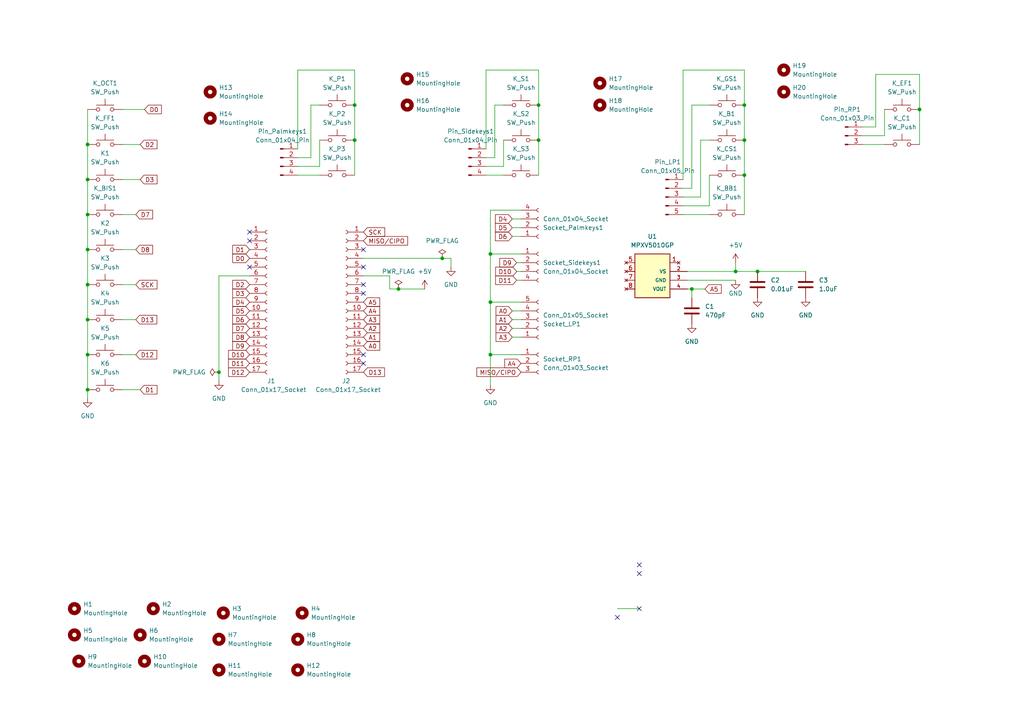
<source format=kicad_sch>
(kicad_sch (version 20230121) (generator eeschema)

  (uuid 6b8bab8c-2f11-4e57-a0f1-00c77e13c6b5)

  (paper "A4")

  (lib_symbols
    (symbol "Connector:Conn_01x03_Pin" (pin_names (offset 1.016) hide) (in_bom yes) (on_board yes)
      (property "Reference" "J" (at 0 5.08 0)
        (effects (font (size 1.27 1.27)))
      )
      (property "Value" "Conn_01x03_Pin" (at 0 -5.08 0)
        (effects (font (size 1.27 1.27)))
      )
      (property "Footprint" "" (at 0 0 0)
        (effects (font (size 1.27 1.27)) hide)
      )
      (property "Datasheet" "~" (at 0 0 0)
        (effects (font (size 1.27 1.27)) hide)
      )
      (property "ki_locked" "" (at 0 0 0)
        (effects (font (size 1.27 1.27)))
      )
      (property "ki_keywords" "connector" (at 0 0 0)
        (effects (font (size 1.27 1.27)) hide)
      )
      (property "ki_description" "Generic connector, single row, 01x03, script generated" (at 0 0 0)
        (effects (font (size 1.27 1.27)) hide)
      )
      (property "ki_fp_filters" "Connector*:*_1x??_*" (at 0 0 0)
        (effects (font (size 1.27 1.27)) hide)
      )
      (symbol "Conn_01x03_Pin_1_1"
        (polyline
          (pts
            (xy 1.27 -2.54)
            (xy 0.8636 -2.54)
          )
          (stroke (width 0.1524) (type default))
          (fill (type none))
        )
        (polyline
          (pts
            (xy 1.27 0)
            (xy 0.8636 0)
          )
          (stroke (width 0.1524) (type default))
          (fill (type none))
        )
        (polyline
          (pts
            (xy 1.27 2.54)
            (xy 0.8636 2.54)
          )
          (stroke (width 0.1524) (type default))
          (fill (type none))
        )
        (rectangle (start 0.8636 -2.413) (end 0 -2.667)
          (stroke (width 0.1524) (type default))
          (fill (type outline))
        )
        (rectangle (start 0.8636 0.127) (end 0 -0.127)
          (stroke (width 0.1524) (type default))
          (fill (type outline))
        )
        (rectangle (start 0.8636 2.667) (end 0 2.413)
          (stroke (width 0.1524) (type default))
          (fill (type outline))
        )
        (pin passive line (at 5.08 2.54 180) (length 3.81)
          (name "Pin_1" (effects (font (size 1.27 1.27))))
          (number "1" (effects (font (size 1.27 1.27))))
        )
        (pin passive line (at 5.08 0 180) (length 3.81)
          (name "Pin_2" (effects (font (size 1.27 1.27))))
          (number "2" (effects (font (size 1.27 1.27))))
        )
        (pin passive line (at 5.08 -2.54 180) (length 3.81)
          (name "Pin_3" (effects (font (size 1.27 1.27))))
          (number "3" (effects (font (size 1.27 1.27))))
        )
      )
    )
    (symbol "Connector:Conn_01x03_Socket" (pin_names (offset 1.016) hide) (in_bom yes) (on_board yes)
      (property "Reference" "J" (at 0 5.08 0)
        (effects (font (size 1.27 1.27)))
      )
      (property "Value" "Conn_01x03_Socket" (at 0 -5.08 0)
        (effects (font (size 1.27 1.27)))
      )
      (property "Footprint" "" (at 0 0 0)
        (effects (font (size 1.27 1.27)) hide)
      )
      (property "Datasheet" "~" (at 0 0 0)
        (effects (font (size 1.27 1.27)) hide)
      )
      (property "ki_locked" "" (at 0 0 0)
        (effects (font (size 1.27 1.27)))
      )
      (property "ki_keywords" "connector" (at 0 0 0)
        (effects (font (size 1.27 1.27)) hide)
      )
      (property "ki_description" "Generic connector, single row, 01x03, script generated" (at 0 0 0)
        (effects (font (size 1.27 1.27)) hide)
      )
      (property "ki_fp_filters" "Connector*:*_1x??_*" (at 0 0 0)
        (effects (font (size 1.27 1.27)) hide)
      )
      (symbol "Conn_01x03_Socket_1_1"
        (arc (start 0 -2.032) (mid -0.5058 -2.54) (end 0 -3.048)
          (stroke (width 0.1524) (type default))
          (fill (type none))
        )
        (polyline
          (pts
            (xy -1.27 -2.54)
            (xy -0.508 -2.54)
          )
          (stroke (width 0.1524) (type default))
          (fill (type none))
        )
        (polyline
          (pts
            (xy -1.27 0)
            (xy -0.508 0)
          )
          (stroke (width 0.1524) (type default))
          (fill (type none))
        )
        (polyline
          (pts
            (xy -1.27 2.54)
            (xy -0.508 2.54)
          )
          (stroke (width 0.1524) (type default))
          (fill (type none))
        )
        (arc (start 0 0.508) (mid -0.5058 0) (end 0 -0.508)
          (stroke (width 0.1524) (type default))
          (fill (type none))
        )
        (arc (start 0 3.048) (mid -0.5058 2.54) (end 0 2.032)
          (stroke (width 0.1524) (type default))
          (fill (type none))
        )
        (pin passive line (at -5.08 2.54 0) (length 3.81)
          (name "Pin_1" (effects (font (size 1.27 1.27))))
          (number "1" (effects (font (size 1.27 1.27))))
        )
        (pin passive line (at -5.08 0 0) (length 3.81)
          (name "Pin_2" (effects (font (size 1.27 1.27))))
          (number "2" (effects (font (size 1.27 1.27))))
        )
        (pin passive line (at -5.08 -2.54 0) (length 3.81)
          (name "Pin_3" (effects (font (size 1.27 1.27))))
          (number "3" (effects (font (size 1.27 1.27))))
        )
      )
    )
    (symbol "Connector:Conn_01x04_Pin" (pin_names (offset 1.016) hide) (in_bom yes) (on_board yes)
      (property "Reference" "J" (at 0 5.08 0)
        (effects (font (size 1.27 1.27)))
      )
      (property "Value" "Conn_01x04_Pin" (at 0 -7.62 0)
        (effects (font (size 1.27 1.27)))
      )
      (property "Footprint" "" (at 0 0 0)
        (effects (font (size 1.27 1.27)) hide)
      )
      (property "Datasheet" "~" (at 0 0 0)
        (effects (font (size 1.27 1.27)) hide)
      )
      (property "ki_locked" "" (at 0 0 0)
        (effects (font (size 1.27 1.27)))
      )
      (property "ki_keywords" "connector" (at 0 0 0)
        (effects (font (size 1.27 1.27)) hide)
      )
      (property "ki_description" "Generic connector, single row, 01x04, script generated" (at 0 0 0)
        (effects (font (size 1.27 1.27)) hide)
      )
      (property "ki_fp_filters" "Connector*:*_1x??_*" (at 0 0 0)
        (effects (font (size 1.27 1.27)) hide)
      )
      (symbol "Conn_01x04_Pin_1_1"
        (polyline
          (pts
            (xy 1.27 -5.08)
            (xy 0.8636 -5.08)
          )
          (stroke (width 0.1524) (type default))
          (fill (type none))
        )
        (polyline
          (pts
            (xy 1.27 -2.54)
            (xy 0.8636 -2.54)
          )
          (stroke (width 0.1524) (type default))
          (fill (type none))
        )
        (polyline
          (pts
            (xy 1.27 0)
            (xy 0.8636 0)
          )
          (stroke (width 0.1524) (type default))
          (fill (type none))
        )
        (polyline
          (pts
            (xy 1.27 2.54)
            (xy 0.8636 2.54)
          )
          (stroke (width 0.1524) (type default))
          (fill (type none))
        )
        (rectangle (start 0.8636 -4.953) (end 0 -5.207)
          (stroke (width 0.1524) (type default))
          (fill (type outline))
        )
        (rectangle (start 0.8636 -2.413) (end 0 -2.667)
          (stroke (width 0.1524) (type default))
          (fill (type outline))
        )
        (rectangle (start 0.8636 0.127) (end 0 -0.127)
          (stroke (width 0.1524) (type default))
          (fill (type outline))
        )
        (rectangle (start 0.8636 2.667) (end 0 2.413)
          (stroke (width 0.1524) (type default))
          (fill (type outline))
        )
        (pin passive line (at 5.08 2.54 180) (length 3.81)
          (name "Pin_1" (effects (font (size 1.27 1.27))))
          (number "1" (effects (font (size 1.27 1.27))))
        )
        (pin passive line (at 5.08 0 180) (length 3.81)
          (name "Pin_2" (effects (font (size 1.27 1.27))))
          (number "2" (effects (font (size 1.27 1.27))))
        )
        (pin passive line (at 5.08 -2.54 180) (length 3.81)
          (name "Pin_3" (effects (font (size 1.27 1.27))))
          (number "3" (effects (font (size 1.27 1.27))))
        )
        (pin passive line (at 5.08 -5.08 180) (length 3.81)
          (name "Pin_4" (effects (font (size 1.27 1.27))))
          (number "4" (effects (font (size 1.27 1.27))))
        )
      )
    )
    (symbol "Connector:Conn_01x04_Socket" (pin_names (offset 1.016) hide) (in_bom yes) (on_board yes)
      (property "Reference" "J" (at 0 5.08 0)
        (effects (font (size 1.27 1.27)))
      )
      (property "Value" "Conn_01x04_Socket" (at 0 -7.62 0)
        (effects (font (size 1.27 1.27)))
      )
      (property "Footprint" "" (at 0 0 0)
        (effects (font (size 1.27 1.27)) hide)
      )
      (property "Datasheet" "~" (at 0 0 0)
        (effects (font (size 1.27 1.27)) hide)
      )
      (property "ki_locked" "" (at 0 0 0)
        (effects (font (size 1.27 1.27)))
      )
      (property "ki_keywords" "connector" (at 0 0 0)
        (effects (font (size 1.27 1.27)) hide)
      )
      (property "ki_description" "Generic connector, single row, 01x04, script generated" (at 0 0 0)
        (effects (font (size 1.27 1.27)) hide)
      )
      (property "ki_fp_filters" "Connector*:*_1x??_*" (at 0 0 0)
        (effects (font (size 1.27 1.27)) hide)
      )
      (symbol "Conn_01x04_Socket_1_1"
        (arc (start 0 -4.572) (mid -0.5058 -5.08) (end 0 -5.588)
          (stroke (width 0.1524) (type default))
          (fill (type none))
        )
        (arc (start 0 -2.032) (mid -0.5058 -2.54) (end 0 -3.048)
          (stroke (width 0.1524) (type default))
          (fill (type none))
        )
        (polyline
          (pts
            (xy -1.27 -5.08)
            (xy -0.508 -5.08)
          )
          (stroke (width 0.1524) (type default))
          (fill (type none))
        )
        (polyline
          (pts
            (xy -1.27 -2.54)
            (xy -0.508 -2.54)
          )
          (stroke (width 0.1524) (type default))
          (fill (type none))
        )
        (polyline
          (pts
            (xy -1.27 0)
            (xy -0.508 0)
          )
          (stroke (width 0.1524) (type default))
          (fill (type none))
        )
        (polyline
          (pts
            (xy -1.27 2.54)
            (xy -0.508 2.54)
          )
          (stroke (width 0.1524) (type default))
          (fill (type none))
        )
        (arc (start 0 0.508) (mid -0.5058 0) (end 0 -0.508)
          (stroke (width 0.1524) (type default))
          (fill (type none))
        )
        (arc (start 0 3.048) (mid -0.5058 2.54) (end 0 2.032)
          (stroke (width 0.1524) (type default))
          (fill (type none))
        )
        (pin passive line (at -5.08 2.54 0) (length 3.81)
          (name "Pin_1" (effects (font (size 1.27 1.27))))
          (number "1" (effects (font (size 1.27 1.27))))
        )
        (pin passive line (at -5.08 0 0) (length 3.81)
          (name "Pin_2" (effects (font (size 1.27 1.27))))
          (number "2" (effects (font (size 1.27 1.27))))
        )
        (pin passive line (at -5.08 -2.54 0) (length 3.81)
          (name "Pin_3" (effects (font (size 1.27 1.27))))
          (number "3" (effects (font (size 1.27 1.27))))
        )
        (pin passive line (at -5.08 -5.08 0) (length 3.81)
          (name "Pin_4" (effects (font (size 1.27 1.27))))
          (number "4" (effects (font (size 1.27 1.27))))
        )
      )
    )
    (symbol "Connector:Conn_01x05_Pin" (pin_names (offset 1.016) hide) (in_bom yes) (on_board yes)
      (property "Reference" "J" (at 0 7.62 0)
        (effects (font (size 1.27 1.27)))
      )
      (property "Value" "Conn_01x05_Pin" (at 0 -7.62 0)
        (effects (font (size 1.27 1.27)))
      )
      (property "Footprint" "" (at 0 0 0)
        (effects (font (size 1.27 1.27)) hide)
      )
      (property "Datasheet" "~" (at 0 0 0)
        (effects (font (size 1.27 1.27)) hide)
      )
      (property "ki_locked" "" (at 0 0 0)
        (effects (font (size 1.27 1.27)))
      )
      (property "ki_keywords" "connector" (at 0 0 0)
        (effects (font (size 1.27 1.27)) hide)
      )
      (property "ki_description" "Generic connector, single row, 01x05, script generated" (at 0 0 0)
        (effects (font (size 1.27 1.27)) hide)
      )
      (property "ki_fp_filters" "Connector*:*_1x??_*" (at 0 0 0)
        (effects (font (size 1.27 1.27)) hide)
      )
      (symbol "Conn_01x05_Pin_1_1"
        (polyline
          (pts
            (xy 1.27 -5.08)
            (xy 0.8636 -5.08)
          )
          (stroke (width 0.1524) (type default))
          (fill (type none))
        )
        (polyline
          (pts
            (xy 1.27 -2.54)
            (xy 0.8636 -2.54)
          )
          (stroke (width 0.1524) (type default))
          (fill (type none))
        )
        (polyline
          (pts
            (xy 1.27 0)
            (xy 0.8636 0)
          )
          (stroke (width 0.1524) (type default))
          (fill (type none))
        )
        (polyline
          (pts
            (xy 1.27 2.54)
            (xy 0.8636 2.54)
          )
          (stroke (width 0.1524) (type default))
          (fill (type none))
        )
        (polyline
          (pts
            (xy 1.27 5.08)
            (xy 0.8636 5.08)
          )
          (stroke (width 0.1524) (type default))
          (fill (type none))
        )
        (rectangle (start 0.8636 -4.953) (end 0 -5.207)
          (stroke (width 0.1524) (type default))
          (fill (type outline))
        )
        (rectangle (start 0.8636 -2.413) (end 0 -2.667)
          (stroke (width 0.1524) (type default))
          (fill (type outline))
        )
        (rectangle (start 0.8636 0.127) (end 0 -0.127)
          (stroke (width 0.1524) (type default))
          (fill (type outline))
        )
        (rectangle (start 0.8636 2.667) (end 0 2.413)
          (stroke (width 0.1524) (type default))
          (fill (type outline))
        )
        (rectangle (start 0.8636 5.207) (end 0 4.953)
          (stroke (width 0.1524) (type default))
          (fill (type outline))
        )
        (pin passive line (at 5.08 5.08 180) (length 3.81)
          (name "Pin_1" (effects (font (size 1.27 1.27))))
          (number "1" (effects (font (size 1.27 1.27))))
        )
        (pin passive line (at 5.08 2.54 180) (length 3.81)
          (name "Pin_2" (effects (font (size 1.27 1.27))))
          (number "2" (effects (font (size 1.27 1.27))))
        )
        (pin passive line (at 5.08 0 180) (length 3.81)
          (name "Pin_3" (effects (font (size 1.27 1.27))))
          (number "3" (effects (font (size 1.27 1.27))))
        )
        (pin passive line (at 5.08 -2.54 180) (length 3.81)
          (name "Pin_4" (effects (font (size 1.27 1.27))))
          (number "4" (effects (font (size 1.27 1.27))))
        )
        (pin passive line (at 5.08 -5.08 180) (length 3.81)
          (name "Pin_5" (effects (font (size 1.27 1.27))))
          (number "5" (effects (font (size 1.27 1.27))))
        )
      )
    )
    (symbol "Connector:Conn_01x05_Socket" (pin_names (offset 1.016) hide) (in_bom yes) (on_board yes)
      (property "Reference" "J" (at 0 7.62 0)
        (effects (font (size 1.27 1.27)))
      )
      (property "Value" "Conn_01x05_Socket" (at 0 -7.62 0)
        (effects (font (size 1.27 1.27)))
      )
      (property "Footprint" "" (at 0 0 0)
        (effects (font (size 1.27 1.27)) hide)
      )
      (property "Datasheet" "~" (at 0 0 0)
        (effects (font (size 1.27 1.27)) hide)
      )
      (property "ki_locked" "" (at 0 0 0)
        (effects (font (size 1.27 1.27)))
      )
      (property "ki_keywords" "connector" (at 0 0 0)
        (effects (font (size 1.27 1.27)) hide)
      )
      (property "ki_description" "Generic connector, single row, 01x05, script generated" (at 0 0 0)
        (effects (font (size 1.27 1.27)) hide)
      )
      (property "ki_fp_filters" "Connector*:*_1x??_*" (at 0 0 0)
        (effects (font (size 1.27 1.27)) hide)
      )
      (symbol "Conn_01x05_Socket_1_1"
        (arc (start 0 -4.572) (mid -0.5058 -5.08) (end 0 -5.588)
          (stroke (width 0.1524) (type default))
          (fill (type none))
        )
        (arc (start 0 -2.032) (mid -0.5058 -2.54) (end 0 -3.048)
          (stroke (width 0.1524) (type default))
          (fill (type none))
        )
        (polyline
          (pts
            (xy -1.27 -5.08)
            (xy -0.508 -5.08)
          )
          (stroke (width 0.1524) (type default))
          (fill (type none))
        )
        (polyline
          (pts
            (xy -1.27 -2.54)
            (xy -0.508 -2.54)
          )
          (stroke (width 0.1524) (type default))
          (fill (type none))
        )
        (polyline
          (pts
            (xy -1.27 0)
            (xy -0.508 0)
          )
          (stroke (width 0.1524) (type default))
          (fill (type none))
        )
        (polyline
          (pts
            (xy -1.27 2.54)
            (xy -0.508 2.54)
          )
          (stroke (width 0.1524) (type default))
          (fill (type none))
        )
        (polyline
          (pts
            (xy -1.27 5.08)
            (xy -0.508 5.08)
          )
          (stroke (width 0.1524) (type default))
          (fill (type none))
        )
        (arc (start 0 0.508) (mid -0.5058 0) (end 0 -0.508)
          (stroke (width 0.1524) (type default))
          (fill (type none))
        )
        (arc (start 0 3.048) (mid -0.5058 2.54) (end 0 2.032)
          (stroke (width 0.1524) (type default))
          (fill (type none))
        )
        (arc (start 0 5.588) (mid -0.5058 5.08) (end 0 4.572)
          (stroke (width 0.1524) (type default))
          (fill (type none))
        )
        (pin passive line (at -5.08 5.08 0) (length 3.81)
          (name "Pin_1" (effects (font (size 1.27 1.27))))
          (number "1" (effects (font (size 1.27 1.27))))
        )
        (pin passive line (at -5.08 2.54 0) (length 3.81)
          (name "Pin_2" (effects (font (size 1.27 1.27))))
          (number "2" (effects (font (size 1.27 1.27))))
        )
        (pin passive line (at -5.08 0 0) (length 3.81)
          (name "Pin_3" (effects (font (size 1.27 1.27))))
          (number "3" (effects (font (size 1.27 1.27))))
        )
        (pin passive line (at -5.08 -2.54 0) (length 3.81)
          (name "Pin_4" (effects (font (size 1.27 1.27))))
          (number "4" (effects (font (size 1.27 1.27))))
        )
        (pin passive line (at -5.08 -5.08 0) (length 3.81)
          (name "Pin_5" (effects (font (size 1.27 1.27))))
          (number "5" (effects (font (size 1.27 1.27))))
        )
      )
    )
    (symbol "Connector:Conn_01x17_Socket" (pin_names (offset 1.016) hide) (in_bom yes) (on_board yes)
      (property "Reference" "J" (at 0 22.86 0)
        (effects (font (size 1.27 1.27)))
      )
      (property "Value" "Conn_01x17_Socket" (at 0 -22.86 0)
        (effects (font (size 1.27 1.27)))
      )
      (property "Footprint" "" (at 0 0 0)
        (effects (font (size 1.27 1.27)) hide)
      )
      (property "Datasheet" "~" (at 0 0 0)
        (effects (font (size 1.27 1.27)) hide)
      )
      (property "ki_locked" "" (at 0 0 0)
        (effects (font (size 1.27 1.27)))
      )
      (property "ki_keywords" "connector" (at 0 0 0)
        (effects (font (size 1.27 1.27)) hide)
      )
      (property "ki_description" "Generic connector, single row, 01x17, script generated" (at 0 0 0)
        (effects (font (size 1.27 1.27)) hide)
      )
      (property "ki_fp_filters" "Connector*:*_1x??_*" (at 0 0 0)
        (effects (font (size 1.27 1.27)) hide)
      )
      (symbol "Conn_01x17_Socket_1_1"
        (arc (start 0 -19.812) (mid -0.5058 -20.32) (end 0 -20.828)
          (stroke (width 0.1524) (type default))
          (fill (type none))
        )
        (arc (start 0 -17.272) (mid -0.5058 -17.78) (end 0 -18.288)
          (stroke (width 0.1524) (type default))
          (fill (type none))
        )
        (arc (start 0 -14.732) (mid -0.5058 -15.24) (end 0 -15.748)
          (stroke (width 0.1524) (type default))
          (fill (type none))
        )
        (arc (start 0 -12.192) (mid -0.5058 -12.7) (end 0 -13.208)
          (stroke (width 0.1524) (type default))
          (fill (type none))
        )
        (arc (start 0 -9.652) (mid -0.5058 -10.16) (end 0 -10.668)
          (stroke (width 0.1524) (type default))
          (fill (type none))
        )
        (arc (start 0 -7.112) (mid -0.5058 -7.62) (end 0 -8.128)
          (stroke (width 0.1524) (type default))
          (fill (type none))
        )
        (arc (start 0 -4.572) (mid -0.5058 -5.08) (end 0 -5.588)
          (stroke (width 0.1524) (type default))
          (fill (type none))
        )
        (arc (start 0 -2.032) (mid -0.5058 -2.54) (end 0 -3.048)
          (stroke (width 0.1524) (type default))
          (fill (type none))
        )
        (polyline
          (pts
            (xy -1.27 -20.32)
            (xy -0.508 -20.32)
          )
          (stroke (width 0.1524) (type default))
          (fill (type none))
        )
        (polyline
          (pts
            (xy -1.27 -17.78)
            (xy -0.508 -17.78)
          )
          (stroke (width 0.1524) (type default))
          (fill (type none))
        )
        (polyline
          (pts
            (xy -1.27 -15.24)
            (xy -0.508 -15.24)
          )
          (stroke (width 0.1524) (type default))
          (fill (type none))
        )
        (polyline
          (pts
            (xy -1.27 -12.7)
            (xy -0.508 -12.7)
          )
          (stroke (width 0.1524) (type default))
          (fill (type none))
        )
        (polyline
          (pts
            (xy -1.27 -10.16)
            (xy -0.508 -10.16)
          )
          (stroke (width 0.1524) (type default))
          (fill (type none))
        )
        (polyline
          (pts
            (xy -1.27 -7.62)
            (xy -0.508 -7.62)
          )
          (stroke (width 0.1524) (type default))
          (fill (type none))
        )
        (polyline
          (pts
            (xy -1.27 -5.08)
            (xy -0.508 -5.08)
          )
          (stroke (width 0.1524) (type default))
          (fill (type none))
        )
        (polyline
          (pts
            (xy -1.27 -2.54)
            (xy -0.508 -2.54)
          )
          (stroke (width 0.1524) (type default))
          (fill (type none))
        )
        (polyline
          (pts
            (xy -1.27 0)
            (xy -0.508 0)
          )
          (stroke (width 0.1524) (type default))
          (fill (type none))
        )
        (polyline
          (pts
            (xy -1.27 2.54)
            (xy -0.508 2.54)
          )
          (stroke (width 0.1524) (type default))
          (fill (type none))
        )
        (polyline
          (pts
            (xy -1.27 5.08)
            (xy -0.508 5.08)
          )
          (stroke (width 0.1524) (type default))
          (fill (type none))
        )
        (polyline
          (pts
            (xy -1.27 7.62)
            (xy -0.508 7.62)
          )
          (stroke (width 0.1524) (type default))
          (fill (type none))
        )
        (polyline
          (pts
            (xy -1.27 10.16)
            (xy -0.508 10.16)
          )
          (stroke (width 0.1524) (type default))
          (fill (type none))
        )
        (polyline
          (pts
            (xy -1.27 12.7)
            (xy -0.508 12.7)
          )
          (stroke (width 0.1524) (type default))
          (fill (type none))
        )
        (polyline
          (pts
            (xy -1.27 15.24)
            (xy -0.508 15.24)
          )
          (stroke (width 0.1524) (type default))
          (fill (type none))
        )
        (polyline
          (pts
            (xy -1.27 17.78)
            (xy -0.508 17.78)
          )
          (stroke (width 0.1524) (type default))
          (fill (type none))
        )
        (polyline
          (pts
            (xy -1.27 20.32)
            (xy -0.508 20.32)
          )
          (stroke (width 0.1524) (type default))
          (fill (type none))
        )
        (arc (start 0 0.508) (mid -0.5058 0) (end 0 -0.508)
          (stroke (width 0.1524) (type default))
          (fill (type none))
        )
        (arc (start 0 3.048) (mid -0.5058 2.54) (end 0 2.032)
          (stroke (width 0.1524) (type default))
          (fill (type none))
        )
        (arc (start 0 5.588) (mid -0.5058 5.08) (end 0 4.572)
          (stroke (width 0.1524) (type default))
          (fill (type none))
        )
        (arc (start 0 8.128) (mid -0.5058 7.62) (end 0 7.112)
          (stroke (width 0.1524) (type default))
          (fill (type none))
        )
        (arc (start 0 10.668) (mid -0.5058 10.16) (end 0 9.652)
          (stroke (width 0.1524) (type default))
          (fill (type none))
        )
        (arc (start 0 13.208) (mid -0.5058 12.7) (end 0 12.192)
          (stroke (width 0.1524) (type default))
          (fill (type none))
        )
        (arc (start 0 15.748) (mid -0.5058 15.24) (end 0 14.732)
          (stroke (width 0.1524) (type default))
          (fill (type none))
        )
        (arc (start 0 18.288) (mid -0.5058 17.78) (end 0 17.272)
          (stroke (width 0.1524) (type default))
          (fill (type none))
        )
        (arc (start 0 20.828) (mid -0.5058 20.32) (end 0 19.812)
          (stroke (width 0.1524) (type default))
          (fill (type none))
        )
        (pin passive line (at -5.08 20.32 0) (length 3.81)
          (name "Pin_1" (effects (font (size 1.27 1.27))))
          (number "1" (effects (font (size 1.27 1.27))))
        )
        (pin passive line (at -5.08 -2.54 0) (length 3.81)
          (name "Pin_10" (effects (font (size 1.27 1.27))))
          (number "10" (effects (font (size 1.27 1.27))))
        )
        (pin passive line (at -5.08 -5.08 0) (length 3.81)
          (name "Pin_11" (effects (font (size 1.27 1.27))))
          (number "11" (effects (font (size 1.27 1.27))))
        )
        (pin passive line (at -5.08 -7.62 0) (length 3.81)
          (name "Pin_12" (effects (font (size 1.27 1.27))))
          (number "12" (effects (font (size 1.27 1.27))))
        )
        (pin passive line (at -5.08 -10.16 0) (length 3.81)
          (name "Pin_13" (effects (font (size 1.27 1.27))))
          (number "13" (effects (font (size 1.27 1.27))))
        )
        (pin passive line (at -5.08 -12.7 0) (length 3.81)
          (name "Pin_14" (effects (font (size 1.27 1.27))))
          (number "14" (effects (font (size 1.27 1.27))))
        )
        (pin passive line (at -5.08 -15.24 0) (length 3.81)
          (name "Pin_15" (effects (font (size 1.27 1.27))))
          (number "15" (effects (font (size 1.27 1.27))))
        )
        (pin passive line (at -5.08 -17.78 0) (length 3.81)
          (name "Pin_16" (effects (font (size 1.27 1.27))))
          (number "16" (effects (font (size 1.27 1.27))))
        )
        (pin passive line (at -5.08 -20.32 0) (length 3.81)
          (name "Pin_17" (effects (font (size 1.27 1.27))))
          (number "17" (effects (font (size 1.27 1.27))))
        )
        (pin passive line (at -5.08 17.78 0) (length 3.81)
          (name "Pin_2" (effects (font (size 1.27 1.27))))
          (number "2" (effects (font (size 1.27 1.27))))
        )
        (pin passive line (at -5.08 15.24 0) (length 3.81)
          (name "Pin_3" (effects (font (size 1.27 1.27))))
          (number "3" (effects (font (size 1.27 1.27))))
        )
        (pin passive line (at -5.08 12.7 0) (length 3.81)
          (name "Pin_4" (effects (font (size 1.27 1.27))))
          (number "4" (effects (font (size 1.27 1.27))))
        )
        (pin passive line (at -5.08 10.16 0) (length 3.81)
          (name "Pin_5" (effects (font (size 1.27 1.27))))
          (number "5" (effects (font (size 1.27 1.27))))
        )
        (pin passive line (at -5.08 7.62 0) (length 3.81)
          (name "Pin_6" (effects (font (size 1.27 1.27))))
          (number "6" (effects (font (size 1.27 1.27))))
        )
        (pin passive line (at -5.08 5.08 0) (length 3.81)
          (name "Pin_7" (effects (font (size 1.27 1.27))))
          (number "7" (effects (font (size 1.27 1.27))))
        )
        (pin passive line (at -5.08 2.54 0) (length 3.81)
          (name "Pin_8" (effects (font (size 1.27 1.27))))
          (number "8" (effects (font (size 1.27 1.27))))
        )
        (pin passive line (at -5.08 0 0) (length 3.81)
          (name "Pin_9" (effects (font (size 1.27 1.27))))
          (number "9" (effects (font (size 1.27 1.27))))
        )
      )
    )
    (symbol "Device:C" (pin_numbers hide) (pin_names (offset 0.254)) (in_bom yes) (on_board yes)
      (property "Reference" "C" (at 0.635 2.54 0)
        (effects (font (size 1.27 1.27)) (justify left))
      )
      (property "Value" "C" (at 0.635 -2.54 0)
        (effects (font (size 1.27 1.27)) (justify left))
      )
      (property "Footprint" "" (at 0.9652 -3.81 0)
        (effects (font (size 1.27 1.27)) hide)
      )
      (property "Datasheet" "~" (at 0 0 0)
        (effects (font (size 1.27 1.27)) hide)
      )
      (property "ki_keywords" "cap capacitor" (at 0 0 0)
        (effects (font (size 1.27 1.27)) hide)
      )
      (property "ki_description" "Unpolarized capacitor" (at 0 0 0)
        (effects (font (size 1.27 1.27)) hide)
      )
      (property "ki_fp_filters" "C_*" (at 0 0 0)
        (effects (font (size 1.27 1.27)) hide)
      )
      (symbol "C_0_1"
        (polyline
          (pts
            (xy -2.032 -0.762)
            (xy 2.032 -0.762)
          )
          (stroke (width 0.508) (type default))
          (fill (type none))
        )
        (polyline
          (pts
            (xy -2.032 0.762)
            (xy 2.032 0.762)
          )
          (stroke (width 0.508) (type default))
          (fill (type none))
        )
      )
      (symbol "C_1_1"
        (pin passive line (at 0 3.81 270) (length 2.794)
          (name "~" (effects (font (size 1.27 1.27))))
          (number "1" (effects (font (size 1.27 1.27))))
        )
        (pin passive line (at 0 -3.81 90) (length 2.794)
          (name "~" (effects (font (size 1.27 1.27))))
          (number "2" (effects (font (size 1.27 1.27))))
        )
      )
    )
    (symbol "MPXV5010GP:MPXV5010GP" (pin_names (offset 1.016)) (in_bom yes) (on_board yes)
      (property "Reference" "U1" (at 0 13.97 0)
        (effects (font (size 1.27 1.27)))
      )
      (property "Value" "MPXV5010GP" (at 0 11.43 0)
        (effects (font (size 1.27 1.27)))
      )
      (property "Footprint" "More Pressure Sensors:SOIC254P1821X762-8N" (at 0 12.7 0)
        (effects (font (size 1.27 1.27)) (justify bottom) hide)
      )
      (property "Datasheet" "https://www.nxp.com/docs/en/data-sheet/MPX5010.pdf" (at 0 11.43 0)
        (effects (font (size 1.27 1.27)) hide)
      )
      (property "STANDARD" "IPC-7351B" (at 0 0 0)
        (effects (font (size 1.27 1.27)) (justify bottom) hide)
      )
      (property "MANUFACTURER" "NXP" (at 0 0 0)
        (effects (font (size 1.27 1.27)) (justify bottom) hide)
      )
      (symbol "MPXV5010GP_0_0"
        (rectangle (start -5.08 8.89) (end 5.08 -3.81)
          (stroke (width 0.254) (type default))
          (fill (type background))
        )
        (pin no_connect line (at 7.62 6.35 180) (length 2.54)
          (name "" (effects (font (size 1.27 1.27))))
          (number "1" (effects (font (size 1.27 1.27))))
        )
        (pin power_in line (at 10.16 3.81 180) (length 5.08)
          (name "VS" (effects (font (size 1.016 1.016))))
          (number "2" (effects (font (size 1.016 1.016))))
        )
        (pin power_in line (at 10.16 1.27 180) (length 5.08)
          (name "GND" (effects (font (size 1.016 1.016))))
          (number "3" (effects (font (size 1.016 1.016))))
        )
        (pin output line (at 10.16 -1.27 180) (length 5.08)
          (name "VOUT" (effects (font (size 1.016 1.016))))
          (number "4" (effects (font (size 1.016 1.016))))
        )
        (pin no_connect line (at -7.62 6.35 0) (length 2.54)
          (name "" (effects (font (size 1.27 1.27))))
          (number "5" (effects (font (size 1.27 1.27))))
        )
        (pin no_connect line (at -7.62 3.81 0) (length 2.54)
          (name "" (effects (font (size 1.27 1.27))))
          (number "6" (effects (font (size 1.27 1.27))))
        )
        (pin no_connect line (at -7.62 1.27 0) (length 2.54)
          (name "" (effects (font (size 1.27 1.27))))
          (number "7" (effects (font (size 1.27 1.27))))
        )
        (pin no_connect line (at -7.62 -1.27 0) (length 2.54)
          (name "" (effects (font (size 1.27 1.27))))
          (number "8" (effects (font (size 1.27 1.27))))
        )
      )
    )
    (symbol "Mechanical:MountingHole" (pin_names (offset 1.016)) (in_bom yes) (on_board yes)
      (property "Reference" "H" (at 0 5.08 0)
        (effects (font (size 1.27 1.27)))
      )
      (property "Value" "MountingHole" (at 0 3.175 0)
        (effects (font (size 1.27 1.27)))
      )
      (property "Footprint" "" (at 0 0 0)
        (effects (font (size 1.27 1.27)) hide)
      )
      (property "Datasheet" "~" (at 0 0 0)
        (effects (font (size 1.27 1.27)) hide)
      )
      (property "ki_keywords" "mounting hole" (at 0 0 0)
        (effects (font (size 1.27 1.27)) hide)
      )
      (property "ki_description" "Mounting Hole without connection" (at 0 0 0)
        (effects (font (size 1.27 1.27)) hide)
      )
      (property "ki_fp_filters" "MountingHole*" (at 0 0 0)
        (effects (font (size 1.27 1.27)) hide)
      )
      (symbol "MountingHole_0_1"
        (circle (center 0 0) (radius 1.27)
          (stroke (width 1.27) (type default))
          (fill (type none))
        )
      )
    )
    (symbol "Switch:SW_Push" (pin_numbers hide) (pin_names (offset 1.016) hide) (in_bom yes) (on_board yes)
      (property "Reference" "SW" (at 1.27 2.54 0)
        (effects (font (size 1.27 1.27)) (justify left))
      )
      (property "Value" "SW_Push" (at 0 -1.524 0)
        (effects (font (size 1.27 1.27)))
      )
      (property "Footprint" "" (at 0 5.08 0)
        (effects (font (size 1.27 1.27)) hide)
      )
      (property "Datasheet" "~" (at 0 5.08 0)
        (effects (font (size 1.27 1.27)) hide)
      )
      (property "ki_keywords" "switch normally-open pushbutton push-button" (at 0 0 0)
        (effects (font (size 1.27 1.27)) hide)
      )
      (property "ki_description" "Push button switch, generic, two pins" (at 0 0 0)
        (effects (font (size 1.27 1.27)) hide)
      )
      (symbol "SW_Push_0_1"
        (circle (center -2.032 0) (radius 0.508)
          (stroke (width 0) (type default))
          (fill (type none))
        )
        (polyline
          (pts
            (xy 0 1.27)
            (xy 0 3.048)
          )
          (stroke (width 0) (type default))
          (fill (type none))
        )
        (polyline
          (pts
            (xy 2.54 1.27)
            (xy -2.54 1.27)
          )
          (stroke (width 0) (type default))
          (fill (type none))
        )
        (circle (center 2.032 0) (radius 0.508)
          (stroke (width 0) (type default))
          (fill (type none))
        )
        (pin passive line (at -5.08 0 0) (length 2.54)
          (name "1" (effects (font (size 1.27 1.27))))
          (number "1" (effects (font (size 1.27 1.27))))
        )
        (pin passive line (at 5.08 0 180) (length 2.54)
          (name "2" (effects (font (size 1.27 1.27))))
          (number "2" (effects (font (size 1.27 1.27))))
        )
      )
    )
    (symbol "power:+5V" (power) (pin_names (offset 0)) (in_bom yes) (on_board yes)
      (property "Reference" "#PWR" (at 0 -3.81 0)
        (effects (font (size 1.27 1.27)) hide)
      )
      (property "Value" "+5V" (at 0 3.556 0)
        (effects (font (size 1.27 1.27)))
      )
      (property "Footprint" "" (at 0 0 0)
        (effects (font (size 1.27 1.27)) hide)
      )
      (property "Datasheet" "" (at 0 0 0)
        (effects (font (size 1.27 1.27)) hide)
      )
      (property "ki_keywords" "global power" (at 0 0 0)
        (effects (font (size 1.27 1.27)) hide)
      )
      (property "ki_description" "Power symbol creates a global label with name \"+5V\"" (at 0 0 0)
        (effects (font (size 1.27 1.27)) hide)
      )
      (symbol "+5V_0_1"
        (polyline
          (pts
            (xy -0.762 1.27)
            (xy 0 2.54)
          )
          (stroke (width 0) (type default))
          (fill (type none))
        )
        (polyline
          (pts
            (xy 0 0)
            (xy 0 2.54)
          )
          (stroke (width 0) (type default))
          (fill (type none))
        )
        (polyline
          (pts
            (xy 0 2.54)
            (xy 0.762 1.27)
          )
          (stroke (width 0) (type default))
          (fill (type none))
        )
      )
      (symbol "+5V_1_1"
        (pin power_in line (at 0 0 90) (length 0) hide
          (name "+5V" (effects (font (size 1.27 1.27))))
          (number "1" (effects (font (size 1.27 1.27))))
        )
      )
    )
    (symbol "power:GND" (power) (pin_names (offset 0)) (in_bom yes) (on_board yes)
      (property "Reference" "#PWR" (at 0 -6.35 0)
        (effects (font (size 1.27 1.27)) hide)
      )
      (property "Value" "GND" (at 0 -3.81 0)
        (effects (font (size 1.27 1.27)))
      )
      (property "Footprint" "" (at 0 0 0)
        (effects (font (size 1.27 1.27)) hide)
      )
      (property "Datasheet" "" (at 0 0 0)
        (effects (font (size 1.27 1.27)) hide)
      )
      (property "ki_keywords" "global power" (at 0 0 0)
        (effects (font (size 1.27 1.27)) hide)
      )
      (property "ki_description" "Power symbol creates a global label with name \"GND\" , ground" (at 0 0 0)
        (effects (font (size 1.27 1.27)) hide)
      )
      (symbol "GND_0_1"
        (polyline
          (pts
            (xy 0 0)
            (xy 0 -1.27)
            (xy 1.27 -1.27)
            (xy 0 -2.54)
            (xy -1.27 -1.27)
            (xy 0 -1.27)
          )
          (stroke (width 0) (type default))
          (fill (type none))
        )
      )
      (symbol "GND_1_1"
        (pin power_in line (at 0 0 270) (length 0) hide
          (name "GND" (effects (font (size 1.27 1.27))))
          (number "1" (effects (font (size 1.27 1.27))))
        )
      )
    )
    (symbol "power:PWR_FLAG" (power) (pin_numbers hide) (pin_names (offset 0) hide) (in_bom yes) (on_board yes)
      (property "Reference" "#FLG" (at 0 1.905 0)
        (effects (font (size 1.27 1.27)) hide)
      )
      (property "Value" "PWR_FLAG" (at 0 3.81 0)
        (effects (font (size 1.27 1.27)))
      )
      (property "Footprint" "" (at 0 0 0)
        (effects (font (size 1.27 1.27)) hide)
      )
      (property "Datasheet" "~" (at 0 0 0)
        (effects (font (size 1.27 1.27)) hide)
      )
      (property "ki_keywords" "flag power" (at 0 0 0)
        (effects (font (size 1.27 1.27)) hide)
      )
      (property "ki_description" "Special symbol for telling ERC where power comes from" (at 0 0 0)
        (effects (font (size 1.27 1.27)) hide)
      )
      (symbol "PWR_FLAG_0_0"
        (pin power_out line (at 0 0 90) (length 0)
          (name "pwr" (effects (font (size 1.27 1.27))))
          (number "1" (effects (font (size 1.27 1.27))))
        )
      )
      (symbol "PWR_FLAG_0_1"
        (polyline
          (pts
            (xy 0 0)
            (xy 0 1.27)
            (xy -1.016 1.905)
            (xy 0 2.54)
            (xy 1.016 1.905)
            (xy 0 1.27)
          )
          (stroke (width 0) (type default))
          (fill (type none))
        )
      )
    )
  )

  (junction (at 156.21 30.48) (diameter 0) (color 0 0 0 0)
    (uuid 055b9c16-9534-4f8e-ad11-2f5392532376)
  )
  (junction (at 102.87 40.64) (diameter 0) (color 0 0 0 0)
    (uuid 0a3a5b85-fbbe-44a9-9156-8f3232a5ca94)
  )
  (junction (at 25.4 62.23) (diameter 0) (color 0 0 0 0)
    (uuid 0ffc74ca-7048-4148-8945-101219d782a1)
  )
  (junction (at 219.71 78.74) (diameter 0) (color 0 0 0 0)
    (uuid 1288b9c9-02ff-4677-91e7-e07e61e64785)
  )
  (junction (at 25.4 41.91) (diameter 0) (color 0 0 0 0)
    (uuid 2393aed0-1045-4ac0-92ee-354cd75c045d)
  )
  (junction (at 215.9 50.8) (diameter 0) (color 0 0 0 0)
    (uuid 253aaf51-1aec-48b0-a994-031d365a88ba)
  )
  (junction (at 115.57 83.82) (diameter 0) (color 0 0 0 0)
    (uuid 33ebb540-4239-43f6-b89d-dd0979e80966)
  )
  (junction (at 25.4 72.39) (diameter 0) (color 0 0 0 0)
    (uuid 3f0535ab-3143-4006-b4d8-5fffd4a85e7e)
  )
  (junction (at 25.4 52.07) (diameter 0) (color 0 0 0 0)
    (uuid 4c311ef8-7cc6-4bb4-8232-65bece437097)
  )
  (junction (at 200.66 83.82) (diameter 0) (color 0 0 0 0)
    (uuid 4e907c19-39bb-4cd5-91a4-10a8396a1e14)
  )
  (junction (at 25.4 92.71) (diameter 0) (color 0 0 0 0)
    (uuid 6c71d8c1-684a-4f4f-b354-82078e201bf5)
  )
  (junction (at 266.7 31.75) (diameter 0) (color 0 0 0 0)
    (uuid 872003e3-1e82-43f7-903b-d47942a74e67)
  )
  (junction (at 128.27 74.93) (diameter 0) (color 0 0 0 0)
    (uuid 99237916-dee3-4d34-9887-8f59d4d9c7ad)
  )
  (junction (at 215.9 40.64) (diameter 0) (color 0 0 0 0)
    (uuid 9e924b96-0e96-42f2-bb1b-880af42c11d4)
  )
  (junction (at 102.87 30.48) (diameter 0) (color 0 0 0 0)
    (uuid b0609f12-8414-4536-a911-55c8c55dfd79)
  )
  (junction (at 142.24 102.87) (diameter 0) (color 0 0 0 0)
    (uuid c2083c3a-f127-42b6-9458-f171b68a7d84)
  )
  (junction (at 215.9 30.48) (diameter 0) (color 0 0 0 0)
    (uuid cc4b65c4-f91a-40c8-9d48-1b1b8607c502)
  )
  (junction (at 25.4 102.87) (diameter 0) (color 0 0 0 0)
    (uuid d445e6f3-44c3-4422-bf21-e63db2931e63)
  )
  (junction (at 63.5 107.95) (diameter 0) (color 0 0 0 0)
    (uuid d66825ca-06bf-4535-a3bb-6a3125d932ca)
  )
  (junction (at 25.4 82.55) (diameter 0) (color 0 0 0 0)
    (uuid dd6165ab-342d-4fe4-b2bf-63d63b8f8c32)
  )
  (junction (at 142.24 73.66) (diameter 0) (color 0 0 0 0)
    (uuid e9522b22-097d-4b06-8d6c-59efc363078d)
  )
  (junction (at 25.4 113.03) (diameter 0) (color 0 0 0 0)
    (uuid e9ba25dd-616a-45fe-958a-4852c6ac1b03)
  )
  (junction (at 142.24 87.63) (diameter 0) (color 0 0 0 0)
    (uuid f0a902f5-f5f2-4276-a227-2c4827636e41)
  )
  (junction (at 213.36 78.74) (diameter 0) (color 0 0 0 0)
    (uuid f6325fd7-e5de-4bfb-a9d1-e8a6df1f4ae9)
  )
  (junction (at 156.21 40.64) (diameter 0) (color 0 0 0 0)
    (uuid f8499263-c988-454f-86d6-e23345477a85)
  )

  (no_connect (at 72.39 69.85) (uuid 099052cb-1eb3-4a48-8a03-9fd13933efd7))
  (no_connect (at 105.41 72.39) (uuid 244babaa-be2f-4bb9-9004-7a674e7a9869))
  (no_connect (at 72.39 67.31) (uuid 66de0d31-b682-4f85-be95-0e3b958cd1d4))
  (no_connect (at 72.39 77.47) (uuid 686c9e37-a65d-4e87-96c6-4e16d7bcd02f))
  (no_connect (at 105.41 102.87) (uuid 6e05e7f9-99fe-44e5-9bdb-4422d3ce0aef))
  (no_connect (at 185.42 163.83) (uuid 73d810cd-d659-4a36-a2ac-a37df0104b5e))
  (no_connect (at 179.07 179.07) (uuid 85d00543-025c-4541-a48a-486b297ecd4c))
  (no_connect (at 105.41 82.55) (uuid a6f1fe14-7628-461b-ae24-40a0f2f11425))
  (no_connect (at 185.42 176.53) (uuid bb7aa261-909e-4858-9ad7-6697154bb338))
  (no_connect (at 105.41 105.41) (uuid c3b7425d-6321-45e2-9e7a-89c8ac581b74))
  (no_connect (at 185.42 166.37) (uuid d329f5cd-d19c-4457-bc91-bdd5babc1ae8))
  (no_connect (at 105.41 85.09) (uuid e249f358-45ed-4c5c-aa17-05afd806ffed))
  (no_connect (at 105.41 77.47) (uuid e4a39218-b08c-4410-88b3-8eff0833330f))

  (wire (pts (xy 148.59 90.17) (xy 151.13 90.17))
    (stroke (width 0) (type default))
    (uuid 0457b9bb-1a4f-46d5-a03e-65ae932bdc28)
  )
  (wire (pts (xy 250.19 41.91) (xy 256.54 41.91))
    (stroke (width 0) (type default))
    (uuid 057c4a09-d04e-4430-a990-f603a53a14ed)
  )
  (wire (pts (xy 250.19 36.83) (xy 254 36.83))
    (stroke (width 0) (type default))
    (uuid 05b39956-820c-4b3b-8472-af2cd4dad372)
  )
  (wire (pts (xy 200.66 30.48) (xy 205.74 30.48))
    (stroke (width 0) (type default))
    (uuid 061e1b3a-17c1-4ca1-8b85-2633c9742cd6)
  )
  (wire (pts (xy 198.12 59.69) (xy 205.74 59.69))
    (stroke (width 0) (type default))
    (uuid 079d80fc-80a5-4448-824b-038472c639d0)
  )
  (wire (pts (xy 185.42 176.53) (xy 179.07 176.53))
    (stroke (width 0) (type default))
    (uuid 088b698b-935d-441b-b5bb-216f643f6122)
  )
  (wire (pts (xy 113.03 80.01) (xy 105.41 80.01))
    (stroke (width 0) (type default))
    (uuid 0d2d4e21-a9f8-4d66-b5d4-1074faf897a1)
  )
  (wire (pts (xy 142.24 87.63) (xy 142.24 102.87))
    (stroke (width 0) (type default))
    (uuid 1132a851-c0e1-4c7e-b33f-085022e3dfaa)
  )
  (wire (pts (xy 213.36 76.2) (xy 213.36 78.74))
    (stroke (width 0) (type default))
    (uuid 1364cf88-39f3-4ad7-a5f3-d91c8dd5f25a)
  )
  (wire (pts (xy 149.86 78.74) (xy 151.13 78.74))
    (stroke (width 0) (type default))
    (uuid 13e8eb51-a48c-4fb7-9137-961544295e4f)
  )
  (wire (pts (xy 86.36 45.72) (xy 90.17 45.72))
    (stroke (width 0) (type default))
    (uuid 17dfbfca-ba23-45bd-8c6e-f83537d926e2)
  )
  (wire (pts (xy 102.87 20.32) (xy 102.87 30.48))
    (stroke (width 0) (type default))
    (uuid 194af6a8-6291-48e9-a7bc-b3e00473d41d)
  )
  (wire (pts (xy 198.12 62.23) (xy 205.74 62.23))
    (stroke (width 0) (type default))
    (uuid 1dec2e45-45b4-4b5b-88c3-1df640ba9d40)
  )
  (wire (pts (xy 63.5 107.95) (xy 63.5 110.49))
    (stroke (width 0) (type default))
    (uuid 20e7af16-ee64-4b4e-ac09-33765a811e6e)
  )
  (wire (pts (xy 156.21 30.48) (xy 156.21 40.64))
    (stroke (width 0) (type default))
    (uuid 21aae944-b7d7-44cf-9c08-87411cf57007)
  )
  (wire (pts (xy 200.66 54.61) (xy 200.66 30.48))
    (stroke (width 0) (type default))
    (uuid 227456df-9cf4-4d6e-b825-c3f1b6312c4b)
  )
  (wire (pts (xy 25.4 113.03) (xy 25.4 115.57))
    (stroke (width 0) (type default))
    (uuid 23262973-6c1d-44d2-a2bd-a41e1844ff79)
  )
  (wire (pts (xy 215.9 30.48) (xy 215.9 40.64))
    (stroke (width 0) (type default))
    (uuid 25184355-e8df-4fa8-b36b-81fec407a3b3)
  )
  (wire (pts (xy 198.12 20.32) (xy 215.9 20.32))
    (stroke (width 0) (type default))
    (uuid 293b5e51-7abb-4496-a1b8-a935403a2da0)
  )
  (wire (pts (xy 215.9 50.8) (xy 215.9 62.23))
    (stroke (width 0) (type default))
    (uuid 29f8e1cb-8f55-482a-bcbf-4abb0b9c905b)
  )
  (wire (pts (xy 143.51 45.72) (xy 143.51 30.48))
    (stroke (width 0) (type default))
    (uuid 2b8e6260-e10d-44cd-824e-b071477922b1)
  )
  (wire (pts (xy 86.36 43.18) (xy 86.36 20.32))
    (stroke (width 0) (type default))
    (uuid 2bb05f28-df81-4fdd-9320-c3fa057dd574)
  )
  (wire (pts (xy 266.7 21.59) (xy 266.7 31.75))
    (stroke (width 0) (type default))
    (uuid 2ed1e070-b464-4792-8514-151ee23ce47f)
  )
  (wire (pts (xy 203.2 40.64) (xy 205.74 40.64))
    (stroke (width 0) (type default))
    (uuid 300c7ce4-83f1-4f18-927a-eab54dc0204d)
  )
  (wire (pts (xy 254 36.83) (xy 254 21.59))
    (stroke (width 0) (type default))
    (uuid 3798f530-cc78-410b-b3cd-7246a16709d4)
  )
  (wire (pts (xy 215.9 20.32) (xy 215.9 30.48))
    (stroke (width 0) (type default))
    (uuid 3ae74728-2286-44d7-a80b-0469fa7cd7d7)
  )
  (wire (pts (xy 115.57 83.82) (xy 113.03 83.82))
    (stroke (width 0) (type default))
    (uuid 3ba2fe70-a1ad-46a8-82d5-6395a56b5b42)
  )
  (wire (pts (xy 219.71 78.74) (xy 233.68 78.74))
    (stroke (width 0) (type default))
    (uuid 3e4fefa2-5850-4adc-aec4-cf34fa67b2b2)
  )
  (wire (pts (xy 35.56 102.87) (xy 39.37 102.87))
    (stroke (width 0) (type default))
    (uuid 3e64c34c-bb0a-41b4-a71d-48c57c5323fc)
  )
  (wire (pts (xy 215.9 40.64) (xy 215.9 50.8))
    (stroke (width 0) (type default))
    (uuid 415ec8d7-e487-4a83-8f13-31f00226ef9f)
  )
  (wire (pts (xy 143.51 30.48) (xy 146.05 30.48))
    (stroke (width 0) (type default))
    (uuid 425230a2-a2e0-41a6-97df-ab5cad6267db)
  )
  (wire (pts (xy 142.24 73.66) (xy 151.13 73.66))
    (stroke (width 0) (type default))
    (uuid 49233713-b6ae-4b42-85ef-2f2b13ef8ae8)
  )
  (wire (pts (xy 142.24 60.96) (xy 151.13 60.96))
    (stroke (width 0) (type default))
    (uuid 4a73967f-430f-4d44-afb0-7511c838cf44)
  )
  (wire (pts (xy 128.27 74.93) (xy 130.81 74.93))
    (stroke (width 0) (type default))
    (uuid 4c38edb8-ce95-49f3-b1ba-9881ad8f71e1)
  )
  (wire (pts (xy 198.12 57.15) (xy 203.2 57.15))
    (stroke (width 0) (type default))
    (uuid 545889c5-96e5-4b0f-b931-118aedab461c)
  )
  (wire (pts (xy 149.86 76.2) (xy 151.13 76.2))
    (stroke (width 0) (type default))
    (uuid 55ec1a9e-f199-48ea-aab8-93ed8a7ec5cb)
  )
  (wire (pts (xy 256.54 31.75) (xy 256.54 39.37))
    (stroke (width 0) (type default))
    (uuid 5a92a999-de03-4c7a-bed0-16d6b9ae3278)
  )
  (wire (pts (xy 35.56 72.39) (xy 39.37 72.39))
    (stroke (width 0) (type default))
    (uuid 5bb81872-d50d-4566-8af8-c20fb930794c)
  )
  (wire (pts (xy 148.59 95.25) (xy 151.13 95.25))
    (stroke (width 0) (type default))
    (uuid 5d0e228a-a171-4d4a-bba4-2134c86c0a14)
  )
  (wire (pts (xy 142.24 102.87) (xy 151.13 102.87))
    (stroke (width 0) (type default))
    (uuid 5e55180c-0bdd-409d-9e4c-ca4105507607)
  )
  (wire (pts (xy 35.56 113.03) (xy 40.64 113.03))
    (stroke (width 0) (type default))
    (uuid 5f893c35-ffca-4d30-9e3a-79875ce167e0)
  )
  (wire (pts (xy 142.24 102.87) (xy 142.24 111.76))
    (stroke (width 0) (type default))
    (uuid 60669f5f-9390-484c-973d-d2c1afd2e7eb)
  )
  (wire (pts (xy 146.05 40.64) (xy 146.05 48.26))
    (stroke (width 0) (type default))
    (uuid 67b6ea5c-f472-4373-824e-a0a05f7d5faf)
  )
  (wire (pts (xy 72.39 80.01) (xy 63.5 80.01))
    (stroke (width 0) (type default))
    (uuid 6c25bea2-4060-4abb-8388-c0ce88270aed)
  )
  (wire (pts (xy 148.59 68.58) (xy 151.13 68.58))
    (stroke (width 0) (type default))
    (uuid 6cb0e968-c39f-4b1d-8c28-2438a4bec36d)
  )
  (wire (pts (xy 25.4 92.71) (xy 25.4 102.87))
    (stroke (width 0) (type default))
    (uuid 6f4715e1-743f-4e38-81b8-11f1f1348c73)
  )
  (wire (pts (xy 25.4 31.75) (xy 25.4 41.91))
    (stroke (width 0) (type default))
    (uuid 79ddcbdb-9ff0-4f17-b4f7-6833d54e5547)
  )
  (wire (pts (xy 25.4 72.39) (xy 25.4 82.55))
    (stroke (width 0) (type default))
    (uuid 7e8a6dde-13d8-4153-a4a3-b166f680bc1d)
  )
  (wire (pts (xy 142.24 87.63) (xy 151.13 87.63))
    (stroke (width 0) (type default))
    (uuid 7ec679bf-08dc-4184-8bf0-edf9796cd02e)
  )
  (wire (pts (xy 25.4 82.55) (xy 25.4 92.71))
    (stroke (width 0) (type default))
    (uuid 7fbdc637-caf1-4c3b-bf92-f4da8c56da75)
  )
  (wire (pts (xy 35.56 62.23) (xy 39.37 62.23))
    (stroke (width 0) (type default))
    (uuid 843db3c3-f74a-400c-a5da-7d1f15f89af0)
  )
  (wire (pts (xy 142.24 73.66) (xy 142.24 87.63))
    (stroke (width 0) (type default))
    (uuid 89b8615b-0ed2-40a0-a9d9-bb33f0b61687)
  )
  (wire (pts (xy 203.2 57.15) (xy 203.2 40.64))
    (stroke (width 0) (type default))
    (uuid 8a54711f-e9fb-4254-be11-fdd68b3c78d4)
  )
  (wire (pts (xy 140.97 48.26) (xy 146.05 48.26))
    (stroke (width 0) (type default))
    (uuid 8af8584e-5681-4587-95c4-0c687455218f)
  )
  (wire (pts (xy 250.19 39.37) (xy 256.54 39.37))
    (stroke (width 0) (type default))
    (uuid 92c51e40-3c60-4639-b311-d4abe4c070e9)
  )
  (wire (pts (xy 102.87 30.48) (xy 102.87 40.64))
    (stroke (width 0) (type default))
    (uuid 970fe62a-079f-49c4-8398-ed5669bcf03c)
  )
  (wire (pts (xy 115.57 83.82) (xy 123.19 83.82))
    (stroke (width 0) (type default))
    (uuid 99b6e363-006d-4900-b40c-033288f72e30)
  )
  (wire (pts (xy 156.21 20.32) (xy 156.21 30.48))
    (stroke (width 0) (type default))
    (uuid 9f45b991-504c-4265-b830-919dce1f186b)
  )
  (wire (pts (xy 148.59 92.71) (xy 151.13 92.71))
    (stroke (width 0) (type default))
    (uuid 9f4cc43a-9d89-47c6-897e-5ceecded17d7)
  )
  (wire (pts (xy 213.36 78.74) (xy 219.71 78.74))
    (stroke (width 0) (type default))
    (uuid a2063f15-ffbc-40a8-b81e-4b3dc828bd65)
  )
  (wire (pts (xy 92.71 40.64) (xy 92.71 48.26))
    (stroke (width 0) (type default))
    (uuid b06dbb49-c0bf-4b43-bf5f-4f970e659c10)
  )
  (wire (pts (xy 25.4 102.87) (xy 25.4 113.03))
    (stroke (width 0) (type default))
    (uuid b2d4858d-c1cc-447c-9b6d-2fb89700e244)
  )
  (wire (pts (xy 25.4 52.07) (xy 25.4 62.23))
    (stroke (width 0) (type default))
    (uuid b558c339-6d96-4f2a-9f88-fad5518aa677)
  )
  (wire (pts (xy 35.56 52.07) (xy 40.64 52.07))
    (stroke (width 0) (type default))
    (uuid b85d26fe-97df-436b-accb-e9b5741ca1e5)
  )
  (wire (pts (xy 86.36 48.26) (xy 92.71 48.26))
    (stroke (width 0) (type default))
    (uuid b91bb96c-8274-44ef-bcc4-dca263c109b4)
  )
  (wire (pts (xy 156.21 40.64) (xy 156.21 50.8))
    (stroke (width 0) (type default))
    (uuid b9413050-4bb9-4c95-ab2e-0004e3ed2a72)
  )
  (wire (pts (xy 205.74 50.8) (xy 205.74 59.69))
    (stroke (width 0) (type default))
    (uuid b9ce184e-3fca-4781-81fe-62cf50bba010)
  )
  (wire (pts (xy 140.97 50.8) (xy 146.05 50.8))
    (stroke (width 0) (type default))
    (uuid be284e74-fdf0-4625-a6f6-253ab72b65bc)
  )
  (wire (pts (xy 130.81 74.93) (xy 130.81 77.47))
    (stroke (width 0) (type default))
    (uuid c216f087-b045-4b89-95e4-d2283aa89bb0)
  )
  (wire (pts (xy 140.97 45.72) (xy 143.51 45.72))
    (stroke (width 0) (type default))
    (uuid c223d21a-d1ad-43e7-be4f-732d313179d6)
  )
  (wire (pts (xy 199.39 78.74) (xy 213.36 78.74))
    (stroke (width 0) (type default))
    (uuid c3fe1399-f077-4ee0-b158-18e154d4b7eb)
  )
  (wire (pts (xy 140.97 20.32) (xy 156.21 20.32))
    (stroke (width 0) (type default))
    (uuid c5c5484c-f532-4b8e-9f99-ccffb71c5369)
  )
  (wire (pts (xy 102.87 40.64) (xy 102.87 50.8))
    (stroke (width 0) (type default))
    (uuid c5d6eef0-36da-4f03-8c50-6e4c5ac44711)
  )
  (wire (pts (xy 148.59 97.79) (xy 151.13 97.79))
    (stroke (width 0) (type default))
    (uuid c75ae1bc-b47b-4ec4-96f4-314003e25c2b)
  )
  (wire (pts (xy 35.56 31.75) (xy 41.91 31.75))
    (stroke (width 0) (type default))
    (uuid c75bb452-ed08-4d43-8004-7721c9b919fb)
  )
  (wire (pts (xy 198.12 54.61) (xy 200.66 54.61))
    (stroke (width 0) (type default))
    (uuid c853393c-c925-444f-8eef-1f222287cf89)
  )
  (wire (pts (xy 35.56 82.55) (xy 39.37 82.55))
    (stroke (width 0) (type default))
    (uuid c9db4e38-086f-4c17-94f0-9bc359fbdf19)
  )
  (wire (pts (xy 148.59 63.5) (xy 151.13 63.5))
    (stroke (width 0) (type default))
    (uuid cb1b2230-e43b-4b39-b296-d93165899261)
  )
  (wire (pts (xy 86.36 20.32) (xy 102.87 20.32))
    (stroke (width 0) (type default))
    (uuid d33665ad-ce28-442f-afda-8e3f7452f593)
  )
  (wire (pts (xy 149.86 81.28) (xy 151.13 81.28))
    (stroke (width 0) (type default))
    (uuid d56e61b0-5bcb-47c3-b7b6-ee66389ab716)
  )
  (wire (pts (xy 35.56 41.91) (xy 40.64 41.91))
    (stroke (width 0) (type default))
    (uuid d70d1cff-fa8d-4550-8ec5-987712fe4afd)
  )
  (wire (pts (xy 148.59 66.04) (xy 151.13 66.04))
    (stroke (width 0) (type default))
    (uuid d7babeee-c7e6-40a8-b429-e97bac6ea8a9)
  )
  (wire (pts (xy 105.41 74.93) (xy 128.27 74.93))
    (stroke (width 0) (type default))
    (uuid d936221c-69d7-4e85-8690-16c507440123)
  )
  (wire (pts (xy 25.4 41.91) (xy 25.4 52.07))
    (stroke (width 0) (type default))
    (uuid db7d9a7c-e458-4b2a-bfee-7eea5d3b4ca8)
  )
  (wire (pts (xy 113.03 83.82) (xy 113.03 80.01))
    (stroke (width 0) (type default))
    (uuid e039face-d651-4c6f-b46f-680fe10a728b)
  )
  (wire (pts (xy 25.4 62.23) (xy 25.4 72.39))
    (stroke (width 0) (type default))
    (uuid e04f19f9-e235-4ac6-922c-20a3c7890399)
  )
  (wire (pts (xy 35.56 92.71) (xy 39.37 92.71))
    (stroke (width 0) (type default))
    (uuid e26c484b-f348-4689-8432-cb8b441a2d0a)
  )
  (wire (pts (xy 90.17 30.48) (xy 92.71 30.48))
    (stroke (width 0) (type default))
    (uuid e2a72de7-42b2-4840-9ce1-33eababee075)
  )
  (wire (pts (xy 198.12 20.32) (xy 198.12 52.07))
    (stroke (width 0) (type default))
    (uuid e89f680b-8914-4a49-be88-76cc418f9c5b)
  )
  (wire (pts (xy 199.39 81.28) (xy 213.36 81.28))
    (stroke (width 0) (type default))
    (uuid e9ceb079-a35b-4da3-aa2d-5090c6029b86)
  )
  (wire (pts (xy 199.39 83.82) (xy 200.66 83.82))
    (stroke (width 0) (type default))
    (uuid ed403b7f-f37b-4c74-b2f9-9724d45ad3a4)
  )
  (wire (pts (xy 200.66 83.82) (xy 200.66 86.36))
    (stroke (width 0) (type default))
    (uuid ed593e23-c0be-45df-a9a8-f1862ee46ad8)
  )
  (wire (pts (xy 140.97 43.18) (xy 140.97 20.32))
    (stroke (width 0) (type default))
    (uuid ee3096ed-ef3c-4a53-9fec-9bf463e45974)
  )
  (wire (pts (xy 90.17 45.72) (xy 90.17 30.48))
    (stroke (width 0) (type default))
    (uuid f0fcf0c0-2c45-4f1f-aa60-a6bc077141f9)
  )
  (wire (pts (xy 86.36 50.8) (xy 92.71 50.8))
    (stroke (width 0) (type default))
    (uuid f280f9e9-7ae0-4bcc-9221-c03fe6bc806d)
  )
  (wire (pts (xy 200.66 83.82) (xy 204.47 83.82))
    (stroke (width 0) (type default))
    (uuid f40b5739-78c1-4408-bc3c-3f08a57f572a)
  )
  (wire (pts (xy 254 21.59) (xy 266.7 21.59))
    (stroke (width 0) (type default))
    (uuid f643481b-13d6-4c91-a5a7-66708c684f99)
  )
  (wire (pts (xy 63.5 80.01) (xy 63.5 107.95))
    (stroke (width 0) (type default))
    (uuid f7b93474-07c4-449d-ab7a-f5728fdda286)
  )
  (wire (pts (xy 266.7 31.75) (xy 266.7 41.91))
    (stroke (width 0) (type default))
    (uuid f9283d4d-b05e-4cfd-8a24-fd499aa3438a)
  )
  (wire (pts (xy 142.24 60.96) (xy 142.24 73.66))
    (stroke (width 0) (type default))
    (uuid f9a50699-221a-41ee-996c-058bf8f2f377)
  )

  (global_label "A2" (shape input) (at 148.59 95.25 180) (fields_autoplaced)
    (effects (font (size 1.27 1.27)) (justify right))
    (uuid 0a7cac01-1da8-44ea-bc8d-1924cdff1daf)
    (property "Intersheetrefs" "${INTERSHEET_REFS}" (at 143.3067 95.25 0)
      (effects (font (size 1.27 1.27)) (justify right) hide)
    )
  )
  (global_label "D10" (shape input) (at 72.39 102.87 180) (fields_autoplaced)
    (effects (font (size 1.27 1.27)) (justify right))
    (uuid 0d06f7da-0e2e-4ba8-b64d-cdbc63d9530a)
    (property "Intersheetrefs" "${INTERSHEET_REFS}" (at 65.7158 102.87 0)
      (effects (font (size 1.27 1.27)) (justify right) hide)
    )
  )
  (global_label "A0" (shape input) (at 105.41 100.33 0) (fields_autoplaced)
    (effects (font (size 1.27 1.27)) (justify left))
    (uuid 1ddd6d9d-9135-45e0-8ee1-309362bf590d)
    (property "Intersheetrefs" "${INTERSHEET_REFS}" (at 110.6933 100.33 0)
      (effects (font (size 1.27 1.27)) (justify left) hide)
    )
  )
  (global_label "A4" (shape input) (at 151.13 105.41 180) (fields_autoplaced)
    (effects (font (size 1.27 1.27)) (justify right))
    (uuid 1f50bdff-35a1-47ce-82c0-4c2bfeb33b9f)
    (property "Intersheetrefs" "${INTERSHEET_REFS}" (at 145.8467 105.41 0)
      (effects (font (size 1.27 1.27)) (justify right) hide)
    )
  )
  (global_label "A0" (shape input) (at 148.59 90.17 180) (fields_autoplaced)
    (effects (font (size 1.27 1.27)) (justify right))
    (uuid 2267bc0c-f98e-49b7-a7b5-0e54b427d7f0)
    (property "Intersheetrefs" "${INTERSHEET_REFS}" (at 143.3067 90.17 0)
      (effects (font (size 1.27 1.27)) (justify right) hide)
    )
  )
  (global_label "D12" (shape input) (at 72.39 107.95 180) (fields_autoplaced)
    (effects (font (size 1.27 1.27)) (justify right))
    (uuid 2415e50c-657e-4551-8ac5-a98cccdb1cc8)
    (property "Intersheetrefs" "${INTERSHEET_REFS}" (at 65.7158 107.95 0)
      (effects (font (size 1.27 1.27)) (justify right) hide)
    )
  )
  (global_label "D0" (shape input) (at 72.39 74.93 180) (fields_autoplaced)
    (effects (font (size 1.27 1.27)) (justify right))
    (uuid 2459f54f-b933-4464-aef5-2608fe7d4910)
    (property "Intersheetrefs" "${INTERSHEET_REFS}" (at 66.9253 74.93 0)
      (effects (font (size 1.27 1.27)) (justify right) hide)
    )
  )
  (global_label "D13" (shape input) (at 39.37 92.71 0) (fields_autoplaced)
    (effects (font (size 1.27 1.27)) (justify left))
    (uuid 2ae92a72-2bb8-4850-bb38-50d5fe8049b6)
    (property "Intersheetrefs" "${INTERSHEET_REFS}" (at 46.0442 92.71 0)
      (effects (font (size 1.27 1.27)) (justify left) hide)
    )
  )
  (global_label "D7" (shape input) (at 72.39 95.25 180) (fields_autoplaced)
    (effects (font (size 1.27 1.27)) (justify right))
    (uuid 310d6877-cc68-4468-9125-f7a50f0d6f7c)
    (property "Intersheetrefs" "${INTERSHEET_REFS}" (at 66.9253 95.25 0)
      (effects (font (size 1.27 1.27)) (justify right) hide)
    )
  )
  (global_label "D11" (shape input) (at 149.86 81.28 180) (fields_autoplaced)
    (effects (font (size 1.27 1.27)) (justify right))
    (uuid 37934ef3-b59b-4eb9-a47d-93f083618cdf)
    (property "Intersheetrefs" "${INTERSHEET_REFS}" (at 143.1858 81.28 0)
      (effects (font (size 1.27 1.27)) (justify right) hide)
    )
  )
  (global_label "SCK" (shape input) (at 39.37 82.55 0) (fields_autoplaced)
    (effects (font (size 1.27 1.27)) (justify left))
    (uuid 3ec33a7a-93f5-4d0d-b49e-16cc0c20c5a3)
    (property "Intersheetrefs" "${INTERSHEET_REFS}" (at 46.1047 82.55 0)
      (effects (font (size 1.27 1.27)) (justify left) hide)
    )
  )
  (global_label "D9" (shape input) (at 72.39 100.33 180) (fields_autoplaced)
    (effects (font (size 1.27 1.27)) (justify right))
    (uuid 44230e1f-c08b-4ae6-a1e7-9d39ae58f961)
    (property "Intersheetrefs" "${INTERSHEET_REFS}" (at 66.9253 100.33 0)
      (effects (font (size 1.27 1.27)) (justify right) hide)
    )
  )
  (global_label "D12" (shape input) (at 39.37 102.87 0) (fields_autoplaced)
    (effects (font (size 1.27 1.27)) (justify left))
    (uuid 4d231e01-b5be-4232-8dee-0fa8f1bcc9e9)
    (property "Intersheetrefs" "${INTERSHEET_REFS}" (at 46.0442 102.87 0)
      (effects (font (size 1.27 1.27)) (justify left) hide)
    )
  )
  (global_label "D3" (shape input) (at 40.64 52.07 0) (fields_autoplaced)
    (effects (font (size 1.27 1.27)) (justify left))
    (uuid 51709289-a834-48f3-8dbc-24ac209dc23f)
    (property "Intersheetrefs" "${INTERSHEET_REFS}" (at 46.1047 52.07 0)
      (effects (font (size 1.27 1.27)) (justify left) hide)
    )
  )
  (global_label "A3" (shape input) (at 148.59 97.79 180) (fields_autoplaced)
    (effects (font (size 1.27 1.27)) (justify right))
    (uuid 5abcdd39-b155-454e-b95a-8c4c0bb80a43)
    (property "Intersheetrefs" "${INTERSHEET_REFS}" (at 143.3067 97.79 0)
      (effects (font (size 1.27 1.27)) (justify right) hide)
    )
  )
  (global_label "D1" (shape input) (at 72.39 72.39 180) (fields_autoplaced)
    (effects (font (size 1.27 1.27)) (justify right))
    (uuid 5c12b561-6188-441f-bca3-1d94748d0879)
    (property "Intersheetrefs" "${INTERSHEET_REFS}" (at 66.9253 72.39 0)
      (effects (font (size 1.27 1.27)) (justify right) hide)
    )
  )
  (global_label "D5" (shape input) (at 72.39 90.17 180) (fields_autoplaced)
    (effects (font (size 1.27 1.27)) (justify right))
    (uuid 5ce8c6e8-5df0-4960-a9c0-3567df0f1ae8)
    (property "Intersheetrefs" "${INTERSHEET_REFS}" (at 66.9253 90.17 0)
      (effects (font (size 1.27 1.27)) (justify right) hide)
    )
  )
  (global_label "A3" (shape input) (at 105.41 92.71 0) (fields_autoplaced)
    (effects (font (size 1.27 1.27)) (justify left))
    (uuid 5ebfee06-5769-488a-8631-28fdbb0dead6)
    (property "Intersheetrefs" "${INTERSHEET_REFS}" (at 110.6933 92.71 0)
      (effects (font (size 1.27 1.27)) (justify left) hide)
    )
  )
  (global_label "A5" (shape input) (at 105.41 87.63 0) (fields_autoplaced)
    (effects (font (size 1.27 1.27)) (justify left))
    (uuid 6d89659c-83a9-4b26-98b6-b66317a23b68)
    (property "Intersheetrefs" "${INTERSHEET_REFS}" (at 110.6933 87.63 0)
      (effects (font (size 1.27 1.27)) (justify left) hide)
    )
  )
  (global_label "SCK" (shape input) (at 105.41 67.31 0) (fields_autoplaced)
    (effects (font (size 1.27 1.27)) (justify left))
    (uuid 6da09a79-9f0c-4c31-a726-614a9084e043)
    (property "Intersheetrefs" "${INTERSHEET_REFS}" (at 112.1447 67.31 0)
      (effects (font (size 1.27 1.27)) (justify left) hide)
    )
  )
  (global_label "D5" (shape input) (at 148.59 66.04 180) (fields_autoplaced)
    (effects (font (size 1.27 1.27)) (justify right))
    (uuid 7048c9e3-81d2-4cf8-9f4a-d4b21e04b887)
    (property "Intersheetrefs" "${INTERSHEET_REFS}" (at 143.1253 66.04 0)
      (effects (font (size 1.27 1.27)) (justify right) hide)
    )
  )
  (global_label "A5" (shape input) (at 204.47 83.82 0) (fields_autoplaced)
    (effects (font (size 1.27 1.27)) (justify left))
    (uuid 88968856-4c61-4995-96dc-902022ef9cfe)
    (property "Intersheetrefs" "${INTERSHEET_REFS}" (at 209.7533 83.82 0)
      (effects (font (size 1.27 1.27)) (justify left) hide)
    )
  )
  (global_label "D6" (shape input) (at 148.59 68.58 180) (fields_autoplaced)
    (effects (font (size 1.27 1.27)) (justify right))
    (uuid 997b96c2-c7a5-4c87-b954-0554b1817355)
    (property "Intersheetrefs" "${INTERSHEET_REFS}" (at 143.1253 68.58 0)
      (effects (font (size 1.27 1.27)) (justify right) hide)
    )
  )
  (global_label "D10" (shape input) (at 149.86 78.74 180) (fields_autoplaced)
    (effects (font (size 1.27 1.27)) (justify right))
    (uuid 9a248c98-934f-4dfa-a190-f03a5014db00)
    (property "Intersheetrefs" "${INTERSHEET_REFS}" (at 143.1858 78.74 0)
      (effects (font (size 1.27 1.27)) (justify right) hide)
    )
  )
  (global_label "A1" (shape input) (at 148.59 92.71 180) (fields_autoplaced)
    (effects (font (size 1.27 1.27)) (justify right))
    (uuid a5a0b6e7-8881-4f04-ad26-4f9e592e0028)
    (property "Intersheetrefs" "${INTERSHEET_REFS}" (at 143.3067 92.71 0)
      (effects (font (size 1.27 1.27)) (justify right) hide)
    )
  )
  (global_label "D0" (shape input) (at 41.91 31.75 0) (fields_autoplaced)
    (effects (font (size 1.27 1.27)) (justify left))
    (uuid ab22a578-813e-4032-a63b-b652f9f5ceb7)
    (property "Intersheetrefs" "${INTERSHEET_REFS}" (at 47.3747 31.75 0)
      (effects (font (size 1.27 1.27)) (justify left) hide)
    )
  )
  (global_label "A4" (shape input) (at 105.41 90.17 0) (fields_autoplaced)
    (effects (font (size 1.27 1.27)) (justify left))
    (uuid c111417a-81f7-42c9-b54b-674a98fea78e)
    (property "Intersheetrefs" "${INTERSHEET_REFS}" (at 110.6933 90.17 0)
      (effects (font (size 1.27 1.27)) (justify left) hide)
    )
  )
  (global_label "D2" (shape input) (at 72.39 82.55 180) (fields_autoplaced)
    (effects (font (size 1.27 1.27)) (justify right))
    (uuid c122f8f1-5160-42c8-90cb-42ef21a1b15f)
    (property "Intersheetrefs" "${INTERSHEET_REFS}" (at 66.9253 82.55 0)
      (effects (font (size 1.27 1.27)) (justify right) hide)
    )
  )
  (global_label "D6" (shape input) (at 72.39 92.71 180) (fields_autoplaced)
    (effects (font (size 1.27 1.27)) (justify right))
    (uuid c55d9644-86db-4c75-a076-9d0f915b693d)
    (property "Intersheetrefs" "${INTERSHEET_REFS}" (at 66.9253 92.71 0)
      (effects (font (size 1.27 1.27)) (justify right) hide)
    )
  )
  (global_label "D8" (shape input) (at 39.37 72.39 0) (fields_autoplaced)
    (effects (font (size 1.27 1.27)) (justify left))
    (uuid c575e7c0-a8ec-4efe-b83f-ae6f7a31ba28)
    (property "Intersheetrefs" "${INTERSHEET_REFS}" (at 44.8347 72.39 0)
      (effects (font (size 1.27 1.27)) (justify left) hide)
    )
  )
  (global_label "D3" (shape input) (at 72.39 85.09 180) (fields_autoplaced)
    (effects (font (size 1.27 1.27)) (justify right))
    (uuid c90a71df-dfd5-435e-afc5-d93ea3c0fedc)
    (property "Intersheetrefs" "${INTERSHEET_REFS}" (at 66.9253 85.09 0)
      (effects (font (size 1.27 1.27)) (justify right) hide)
    )
  )
  (global_label "D9" (shape input) (at 149.86 76.2 180) (fields_autoplaced)
    (effects (font (size 1.27 1.27)) (justify right))
    (uuid caacb6bb-0d3f-4772-b489-1a58f8135744)
    (property "Intersheetrefs" "${INTERSHEET_REFS}" (at 144.3953 76.2 0)
      (effects (font (size 1.27 1.27)) (justify right) hide)
    )
  )
  (global_label "D1" (shape input) (at 40.64 113.03 0) (fields_autoplaced)
    (effects (font (size 1.27 1.27)) (justify left))
    (uuid d0f1135d-f9ad-4aff-9f65-232d258243e3)
    (property "Intersheetrefs" "${INTERSHEET_REFS}" (at 46.1047 113.03 0)
      (effects (font (size 1.27 1.27)) (justify left) hide)
    )
  )
  (global_label "D8" (shape input) (at 72.39 97.79 180) (fields_autoplaced)
    (effects (font (size 1.27 1.27)) (justify right))
    (uuid d1fac21c-d455-416c-8a0e-eccecb20ccd5)
    (property "Intersheetrefs" "${INTERSHEET_REFS}" (at 66.9253 97.79 0)
      (effects (font (size 1.27 1.27)) (justify right) hide)
    )
  )
  (global_label "D13" (shape input) (at 105.41 107.95 0) (fields_autoplaced)
    (effects (font (size 1.27 1.27)) (justify left))
    (uuid d23e52ff-1419-4763-ab3f-78a984c23aae)
    (property "Intersheetrefs" "${INTERSHEET_REFS}" (at 112.0842 107.95 0)
      (effects (font (size 1.27 1.27)) (justify left) hide)
    )
  )
  (global_label "A2" (shape input) (at 105.41 95.25 0) (fields_autoplaced)
    (effects (font (size 1.27 1.27)) (justify left))
    (uuid da3dd742-1cfb-4a89-a309-c5f8c4f61277)
    (property "Intersheetrefs" "${INTERSHEET_REFS}" (at 110.6933 95.25 0)
      (effects (font (size 1.27 1.27)) (justify left) hide)
    )
  )
  (global_label "A1" (shape input) (at 105.41 97.79 0) (fields_autoplaced)
    (effects (font (size 1.27 1.27)) (justify left))
    (uuid dc43d33a-d96f-46fc-8b7e-665ad6d291fc)
    (property "Intersheetrefs" "${INTERSHEET_REFS}" (at 110.6933 97.79 0)
      (effects (font (size 1.27 1.27)) (justify left) hide)
    )
  )
  (global_label "MISO{slash}CIPO" (shape input) (at 105.41 69.85 0) (fields_autoplaced)
    (effects (font (size 1.27 1.27)) (justify left))
    (uuid e023b656-1e2a-4641-a415-cc0e4901f743)
    (property "Intersheetrefs" "${INTERSHEET_REFS}" (at 118.7972 69.85 0)
      (effects (font (size 1.27 1.27)) (justify left) hide)
    )
  )
  (global_label "D7" (shape input) (at 39.37 62.23 0) (fields_autoplaced)
    (effects (font (size 1.27 1.27)) (justify left))
    (uuid e6a04087-95b5-4b3a-9189-2b57d5545aab)
    (property "Intersheetrefs" "${INTERSHEET_REFS}" (at 44.8347 62.23 0)
      (effects (font (size 1.27 1.27)) (justify left) hide)
    )
  )
  (global_label "D4" (shape input) (at 72.39 87.63 180) (fields_autoplaced)
    (effects (font (size 1.27 1.27)) (justify right))
    (uuid ee13a835-0523-4f26-b408-a86dfead5927)
    (property "Intersheetrefs" "${INTERSHEET_REFS}" (at 66.9253 87.63 0)
      (effects (font (size 1.27 1.27)) (justify right) hide)
    )
  )
  (global_label "D4" (shape input) (at 148.59 63.5 180) (fields_autoplaced)
    (effects (font (size 1.27 1.27)) (justify right))
    (uuid f05879db-1061-40f0-be2d-d0e9a58aa99d)
    (property "Intersheetrefs" "${INTERSHEET_REFS}" (at 143.1253 63.5 0)
      (effects (font (size 1.27 1.27)) (justify right) hide)
    )
  )
  (global_label "D2" (shape input) (at 40.64 41.91 0) (fields_autoplaced)
    (effects (font (size 1.27 1.27)) (justify left))
    (uuid fbf3fcf8-a4dd-475d-bcd1-7dc53ab1ba20)
    (property "Intersheetrefs" "${INTERSHEET_REFS}" (at 46.1047 41.91 0)
      (effects (font (size 1.27 1.27)) (justify left) hide)
    )
  )
  (global_label "D11" (shape input) (at 72.39 105.41 180) (fields_autoplaced)
    (effects (font (size 1.27 1.27)) (justify right))
    (uuid fda9acfb-d82a-4e0c-9092-08b92cb9fcd4)
    (property "Intersheetrefs" "${INTERSHEET_REFS}" (at 65.7158 105.41 0)
      (effects (font (size 1.27 1.27)) (justify right) hide)
    )
  )
  (global_label "MISO{slash}CIPO" (shape input) (at 151.13 107.95 180) (fields_autoplaced)
    (effects (font (size 1.27 1.27)) (justify right))
    (uuid fe3ee72d-0344-4569-9fb2-c614c6ec63e2)
    (property "Intersheetrefs" "${INTERSHEET_REFS}" (at 137.7428 107.95 0)
      (effects (font (size 1.27 1.27)) (justify right) hide)
    )
  )

  (symbol (lib_id "Mechanical:MountingHole") (at 41.91 191.77 0) (unit 1)
    (in_bom no) (on_board yes) (dnp no) (fields_autoplaced)
    (uuid 02917ef9-b448-4233-ab97-7b580b7a16b7)
    (property "Reference" "H10" (at 44.45 190.5 0)
      (effects (font (size 1.27 1.27)) (justify left))
    )
    (property "Value" "MountingHole" (at 44.45 193.04 0)
      (effects (font (size 1.27 1.27)) (justify left))
    )
    (property "Footprint" "Holes:MountingHole_2.85mm" (at 41.91 191.77 0)
      (effects (font (size 1.27 1.27)) hide)
    )
    (property "Datasheet" "~" (at 41.91 191.77 0)
      (effects (font (size 1.27 1.27)) hide)
    )
    (property "LCSC" "" (at 41.91 191.77 0)
      (effects (font (size 1.27 1.27)) hide)
    )
    (instances
      (project "MIDI Sax"
        (path "/6b8bab8c-2f11-4e57-a0f1-00c77e13c6b5"
          (reference "H10") (unit 1)
        )
      )
    )
  )

  (symbol (lib_id "Switch:SW_Push") (at 261.62 31.75 0) (unit 1)
    (in_bom no) (on_board yes) (dnp no) (fields_autoplaced)
    (uuid 06a28cd3-04c1-4a79-91e3-1cc89ef801a3)
    (property "Reference" "K_EF1" (at 261.62 24.13 0)
      (effects (font (size 1.27 1.27)))
    )
    (property "Value" "SW_Push" (at 261.62 26.67 0)
      (effects (font (size 1.27 1.27)))
    )
    (property "Footprint" "PCM_Switch_Keyboard_Cherry_MX:SW_Cherry_MX_PCB" (at 261.62 26.67 0)
      (effects (font (size 1.27 1.27)) hide)
    )
    (property "Datasheet" "~" (at 261.62 26.67 0)
      (effects (font (size 1.27 1.27)) hide)
    )
    (property "LCSC" "" (at 261.62 31.75 0)
      (effects (font (size 1.27 1.27)) hide)
    )
    (pin "1" (uuid 2001b755-2771-4326-9932-c9296728d58e))
    (pin "2" (uuid 6faa7efc-ea8e-430a-b95a-356765836cec))
    (instances
      (project "MIDI Sax"
        (path "/6b8bab8c-2f11-4e57-a0f1-00c77e13c6b5"
          (reference "K_EF1") (unit 1)
        )
      )
    )
  )

  (symbol (lib_id "Connector:Conn_01x17_Socket") (at 77.47 87.63 0) (unit 1)
    (in_bom yes) (on_board yes) (dnp no)
    (uuid 0c62650d-649c-4f45-b9e4-074cc75dfe2b)
    (property "Reference" "J1" (at 77.47 110.49 0)
      (effects (font (size 1.27 1.27)) (justify left))
    )
    (property "Value" "Conn_01x17_Socket" (at 69.85 113.03 0)
      (effects (font (size 1.27 1.27)) (justify left))
    )
    (property "Footprint" "Connector_PinSocket_2.54mm:PinSocket_1x17_P2.54mm_Vertical" (at 77.47 87.63 0)
      (effects (font (size 1.27 1.27)) hide)
    )
    (property "Datasheet" "~" (at 77.47 87.63 0)
      (effects (font (size 1.27 1.27)) hide)
    )
    (property "LCSC" "" (at 77.47 87.63 0)
      (effects (font (size 1.27 1.27)) hide)
    )
    (pin "7" (uuid 7b596a92-f7b7-4785-95fa-68adde3d2709))
    (pin "12" (uuid 7c956965-0544-432b-a53b-9360272786f7))
    (pin "13" (uuid 042c22b0-e9c4-462e-9e91-07b07ac7c78e))
    (pin "6" (uuid d640b6ed-69bd-4d99-b1d1-8213115897ec))
    (pin "14" (uuid 9e2484eb-6a72-483b-9197-dd3b7222c4a8))
    (pin "9" (uuid 9c05a96a-dd4c-405a-be1c-8fc64e82a14b))
    (pin "16" (uuid 5854e749-35a4-4284-9f48-0ae230ed1439))
    (pin "11" (uuid 8d3d8f97-1fdf-4434-adf7-197d3ed40cc4))
    (pin "15" (uuid 21270b91-e408-4a9c-b0b9-65aa9303fe57))
    (pin "5" (uuid 7c56101a-d0f5-4e98-b543-fc8cf58ec446))
    (pin "1" (uuid 3e39eea5-5bca-4a58-8b8d-cebade680628))
    (pin "4" (uuid d6001904-64a9-4c39-bbf4-2090808997f6))
    (pin "3" (uuid 8dcd5f5f-ea88-4356-8409-dadc8af43ff6))
    (pin "10" (uuid 3e957d1d-fa83-495e-86e7-8d6567d47a75))
    (pin "8" (uuid cc20021c-5ef0-4d08-b36c-269648aaf898))
    (pin "2" (uuid 93de56e9-f191-450e-97fb-bc010db7742e))
    (pin "17" (uuid 0f0aaba6-74d1-418b-a73e-146563f19205))
    (instances
      (project "MIDI Sax"
        (path "/6b8bab8c-2f11-4e57-a0f1-00c77e13c6b5"
          (reference "J1") (unit 1)
        )
      )
    )
  )

  (symbol (lib_id "Mechanical:MountingHole") (at 173.99 30.48 0) (unit 1)
    (in_bom no) (on_board yes) (dnp no) (fields_autoplaced)
    (uuid 0e4cf8cb-ea6e-4918-b417-1b15843e37f1)
    (property "Reference" "H18" (at 176.53 29.21 0)
      (effects (font (size 1.27 1.27)) (justify left))
    )
    (property "Value" "MountingHole" (at 176.53 31.75 0)
      (effects (font (size 1.27 1.27)) (justify left))
    )
    (property "Footprint" "Holes:MountingHole_2.85mm" (at 173.99 30.48 0)
      (effects (font (size 1.27 1.27)) hide)
    )
    (property "Datasheet" "~" (at 173.99 30.48 0)
      (effects (font (size 1.27 1.27)) hide)
    )
    (property "LCSC" "" (at 173.99 30.48 0)
      (effects (font (size 1.27 1.27)) hide)
    )
    (instances
      (project "MIDI Sax"
        (path "/6b8bab8c-2f11-4e57-a0f1-00c77e13c6b5"
          (reference "H18") (unit 1)
        )
      )
    )
  )

  (symbol (lib_id "Mechanical:MountingHole") (at 40.64 184.15 0) (unit 1)
    (in_bom no) (on_board yes) (dnp no) (fields_autoplaced)
    (uuid 16829ed4-64b0-4f4d-9dcd-03c85aee1654)
    (property "Reference" "H6" (at 43.18 182.88 0)
      (effects (font (size 1.27 1.27)) (justify left))
    )
    (property "Value" "MountingHole" (at 43.18 185.42 0)
      (effects (font (size 1.27 1.27)) (justify left))
    )
    (property "Footprint" "Holes:MountingHole_2.85mm" (at 40.64 184.15 0)
      (effects (font (size 1.27 1.27)) hide)
    )
    (property "Datasheet" "~" (at 40.64 184.15 0)
      (effects (font (size 1.27 1.27)) hide)
    )
    (property "LCSC" "" (at 40.64 184.15 0)
      (effects (font (size 1.27 1.27)) hide)
    )
    (instances
      (project "MIDI Sax"
        (path "/6b8bab8c-2f11-4e57-a0f1-00c77e13c6b5"
          (reference "H6") (unit 1)
        )
      )
    )
  )

  (symbol (lib_id "Connector:Conn_01x04_Pin") (at 135.89 45.72 0) (unit 1)
    (in_bom yes) (on_board yes) (dnp no) (fields_autoplaced)
    (uuid 1a1efb9a-82e7-4fb5-84a3-fb546cdecbe9)
    (property "Reference" "Pin_Sidekeys1" (at 136.525 38.1 0)
      (effects (font (size 1.27 1.27)))
    )
    (property "Value" "Conn_01x04_Pin" (at 136.525 40.64 0)
      (effects (font (size 1.27 1.27)))
    )
    (property "Footprint" "Connector_PinHeader_2.54mm:PinHeader_1x04_P2.54mm_Vertical" (at 135.89 45.72 0)
      (effects (font (size 1.27 1.27)) hide)
    )
    (property "Datasheet" "~" (at 135.89 45.72 0)
      (effects (font (size 1.27 1.27)) hide)
    )
    (property "LCSC" "" (at 135.89 45.72 0)
      (effects (font (size 1.27 1.27)) hide)
    )
    (pin "1" (uuid 33023b7e-ce33-4c73-96ff-48578450cd35))
    (pin "3" (uuid a25157c1-34ad-46a2-8bd4-8f87b77bddcd))
    (pin "4" (uuid a60b6c6e-ce26-496d-a90c-f34f051a91b5))
    (pin "2" (uuid 47878dd5-050a-4982-bc82-6bb1f9d9db90))
    (instances
      (project "MIDI Sax"
        (path "/6b8bab8c-2f11-4e57-a0f1-00c77e13c6b5"
          (reference "Pin_Sidekeys1") (unit 1)
        )
      )
    )
  )

  (symbol (lib_id "Mechanical:MountingHole") (at 21.59 184.15 0) (unit 1)
    (in_bom no) (on_board yes) (dnp no) (fields_autoplaced)
    (uuid 1a2768a8-57b1-4799-bd64-2b30ba152453)
    (property "Reference" "H5" (at 24.13 182.88 0)
      (effects (font (size 1.27 1.27)) (justify left))
    )
    (property "Value" "MountingHole" (at 24.13 185.42 0)
      (effects (font (size 1.27 1.27)) (justify left))
    )
    (property "Footprint" "Holes:MountingHole_2.85mm" (at 21.59 184.15 0)
      (effects (font (size 1.27 1.27)) hide)
    )
    (property "Datasheet" "~" (at 21.59 184.15 0)
      (effects (font (size 1.27 1.27)) hide)
    )
    (property "LCSC" "" (at 21.59 184.15 0)
      (effects (font (size 1.27 1.27)) hide)
    )
    (instances
      (project "MIDI Sax"
        (path "/6b8bab8c-2f11-4e57-a0f1-00c77e13c6b5"
          (reference "H5") (unit 1)
        )
      )
    )
  )

  (symbol (lib_id "Mechanical:MountingHole") (at 22.86 191.77 0) (unit 1)
    (in_bom no) (on_board yes) (dnp no) (fields_autoplaced)
    (uuid 1d55cf11-0a2f-4f76-a418-511713546c2e)
    (property "Reference" "H9" (at 25.4 190.5 0)
      (effects (font (size 1.27 1.27)) (justify left))
    )
    (property "Value" "MountingHole" (at 25.4 193.04 0)
      (effects (font (size 1.27 1.27)) (justify left))
    )
    (property "Footprint" "Holes:MountingHole_2.85mm" (at 22.86 191.77 0)
      (effects (font (size 1.27 1.27)) hide)
    )
    (property "Datasheet" "~" (at 22.86 191.77 0)
      (effects (font (size 1.27 1.27)) hide)
    )
    (property "LCSC" "" (at 22.86 191.77 0)
      (effects (font (size 1.27 1.27)) hide)
    )
    (instances
      (project "MIDI Sax"
        (path "/6b8bab8c-2f11-4e57-a0f1-00c77e13c6b5"
          (reference "H9") (unit 1)
        )
      )
    )
  )

  (symbol (lib_id "Switch:SW_Push") (at 97.79 30.48 0) (unit 1)
    (in_bom no) (on_board yes) (dnp no) (fields_autoplaced)
    (uuid 1d887e4e-4964-45aa-b8ef-f2c56ade18f1)
    (property "Reference" "K_P1" (at 97.79 22.86 0)
      (effects (font (size 1.27 1.27)))
    )
    (property "Value" "SW_Push" (at 97.79 25.4 0)
      (effects (font (size 1.27 1.27)))
    )
    (property "Footprint" "PCM_Switch_Keyboard_Cherry_MX:SW_Cherry_MX_PCB" (at 97.79 25.4 0)
      (effects (font (size 1.27 1.27)) hide)
    )
    (property "Datasheet" "~" (at 97.79 25.4 0)
      (effects (font (size 1.27 1.27)) hide)
    )
    (property "LCSC" "" (at 97.79 30.48 0)
      (effects (font (size 1.27 1.27)) hide)
    )
    (pin "1" (uuid fbf7e69f-229e-423f-9e2e-3b6acb09ce43))
    (pin "2" (uuid d5dd2921-961f-4fc3-9167-b2138e6d40a7))
    (instances
      (project "MIDI Sax"
        (path "/6b8bab8c-2f11-4e57-a0f1-00c77e13c6b5"
          (reference "K_P1") (unit 1)
        )
      )
    )
  )

  (symbol (lib_id "power:PWR_FLAG") (at 63.5 107.95 90) (unit 1)
    (in_bom yes) (on_board yes) (dnp no) (fields_autoplaced)
    (uuid 1e5f7a35-f3f0-4e2d-a2d2-a201710143f7)
    (property "Reference" "#FLG03" (at 61.595 107.95 0)
      (effects (font (size 1.27 1.27)) hide)
    )
    (property "Value" "PWR_FLAG" (at 59.69 107.95 90)
      (effects (font (size 1.27 1.27)) (justify left))
    )
    (property "Footprint" "" (at 63.5 107.95 0)
      (effects (font (size 1.27 1.27)) hide)
    )
    (property "Datasheet" "~" (at 63.5 107.95 0)
      (effects (font (size 1.27 1.27)) hide)
    )
    (pin "1" (uuid 079e3af7-d066-4be6-a71f-1e354bfc086f))
    (instances
      (project "MIDI Sax"
        (path "/6b8bab8c-2f11-4e57-a0f1-00c77e13c6b5"
          (reference "#FLG03") (unit 1)
        )
      )
    )
  )

  (symbol (lib_id "Switch:SW_Push") (at 30.48 41.91 0) (unit 1)
    (in_bom no) (on_board yes) (dnp no) (fields_autoplaced)
    (uuid 2459b0d0-6068-4d6e-93ba-92e5e7891495)
    (property "Reference" "K_FF1" (at 30.48 34.29 0)
      (effects (font (size 1.27 1.27)))
    )
    (property "Value" "SW_Push" (at 30.48 36.83 0)
      (effects (font (size 1.27 1.27)))
    )
    (property "Footprint" "PCM_Switch_Keyboard_Cherry_MX:SW_Cherry_MX_PCB" (at 30.48 36.83 0)
      (effects (font (size 1.27 1.27)) hide)
    )
    (property "Datasheet" "~" (at 30.48 36.83 0)
      (effects (font (size 1.27 1.27)) hide)
    )
    (property "LCSC" "" (at 30.48 41.91 0)
      (effects (font (size 1.27 1.27)) hide)
    )
    (pin "1" (uuid 3d051ec9-890c-4162-b8ea-bfd061f33166))
    (pin "2" (uuid 42347092-aaff-409a-add4-288ff578b556))
    (instances
      (project "MIDI Sax"
        (path "/6b8bab8c-2f11-4e57-a0f1-00c77e13c6b5"
          (reference "K_FF1") (unit 1)
        )
      )
    )
  )

  (symbol (lib_id "Switch:SW_Push") (at 30.48 31.75 0) (unit 1)
    (in_bom no) (on_board yes) (dnp no) (fields_autoplaced)
    (uuid 2a36b6c4-5dee-4161-93d0-8bcc77d7608a)
    (property "Reference" "K_OCT1" (at 30.48 24.13 0)
      (effects (font (size 1.27 1.27)))
    )
    (property "Value" "SW_Push" (at 30.48 26.67 0)
      (effects (font (size 1.27 1.27)))
    )
    (property "Footprint" "PCM_Switch_Keyboard_Cherry_MX:SW_Cherry_MX_PCB" (at 30.48 26.67 0)
      (effects (font (size 1.27 1.27)) hide)
    )
    (property "Datasheet" "~" (at 30.48 26.67 0)
      (effects (font (size 1.27 1.27)) hide)
    )
    (property "LCSC" "" (at 30.48 31.75 0)
      (effects (font (size 1.27 1.27)) hide)
    )
    (pin "1" (uuid f2e619f9-9b1f-4567-92b9-195c5016194b))
    (pin "2" (uuid ccc876e9-3da7-4530-9b6c-5ba83d120776))
    (instances
      (project "MIDI Sax"
        (path "/6b8bab8c-2f11-4e57-a0f1-00c77e13c6b5"
          (reference "K_OCT1") (unit 1)
        )
      )
    )
  )

  (symbol (lib_id "Mechanical:MountingHole") (at 64.77 177.8 0) (unit 1)
    (in_bom no) (on_board yes) (dnp no) (fields_autoplaced)
    (uuid 2d453cd9-d606-40a4-90f8-59fa368a8e61)
    (property "Reference" "H3" (at 67.31 176.53 0)
      (effects (font (size 1.27 1.27)) (justify left))
    )
    (property "Value" "MountingHole" (at 67.31 179.07 0)
      (effects (font (size 1.27 1.27)) (justify left))
    )
    (property "Footprint" "Holes:MountingHole_2.85mm" (at 64.77 177.8 0)
      (effects (font (size 1.27 1.27)) hide)
    )
    (property "Datasheet" "~" (at 64.77 177.8 0)
      (effects (font (size 1.27 1.27)) hide)
    )
    (property "LCSC" "" (at 64.77 177.8 0)
      (effects (font (size 1.27 1.27)) hide)
    )
    (instances
      (project "MIDI Sax"
        (path "/6b8bab8c-2f11-4e57-a0f1-00c77e13c6b5"
          (reference "H3") (unit 1)
        )
      )
    )
  )

  (symbol (lib_id "power:+5V") (at 123.19 83.82 0) (unit 1)
    (in_bom yes) (on_board yes) (dnp no) (fields_autoplaced)
    (uuid 338c19d5-95d7-42a7-a1d9-da897da57d91)
    (property "Reference" "#PWR011" (at 123.19 87.63 0)
      (effects (font (size 1.27 1.27)) hide)
    )
    (property "Value" "+5V" (at 123.19 78.74 0)
      (effects (font (size 1.27 1.27)))
    )
    (property "Footprint" "" (at 123.19 83.82 0)
      (effects (font (size 1.27 1.27)) hide)
    )
    (property "Datasheet" "" (at 123.19 83.82 0)
      (effects (font (size 1.27 1.27)) hide)
    )
    (pin "1" (uuid d6be9ca1-0187-4a62-ae63-96dc2f630be5))
    (instances
      (project "MIDI Sax"
        (path "/6b8bab8c-2f11-4e57-a0f1-00c77e13c6b5"
          (reference "#PWR011") (unit 1)
        )
      )
    )
  )

  (symbol (lib_id "Switch:SW_Push") (at 97.79 40.64 0) (unit 1)
    (in_bom no) (on_board yes) (dnp no) (fields_autoplaced)
    (uuid 37c786e0-2f4f-4258-8724-d4c6fd8e3ba1)
    (property "Reference" "K_P2" (at 97.79 33.02 0)
      (effects (font (size 1.27 1.27)))
    )
    (property "Value" "SW_Push" (at 97.79 35.56 0)
      (effects (font (size 1.27 1.27)))
    )
    (property "Footprint" "PCM_Switch_Keyboard_Cherry_MX:SW_Cherry_MX_PCB" (at 97.79 35.56 0)
      (effects (font (size 1.27 1.27)) hide)
    )
    (property "Datasheet" "~" (at 97.79 35.56 0)
      (effects (font (size 1.27 1.27)) hide)
    )
    (property "LCSC" "" (at 97.79 40.64 0)
      (effects (font (size 1.27 1.27)) hide)
    )
    (pin "1" (uuid 1c5c2a19-f9cf-4d12-af7d-fcf194433e4b))
    (pin "2" (uuid 21b917a4-7421-4ffb-8654-bcdc5420c0ef))
    (instances
      (project "MIDI Sax"
        (path "/6b8bab8c-2f11-4e57-a0f1-00c77e13c6b5"
          (reference "K_P2") (unit 1)
        )
      )
    )
  )

  (symbol (lib_id "Connector:Conn_01x04_Socket") (at 156.21 66.04 0) (mirror x) (unit 1)
    (in_bom yes) (on_board yes) (dnp no) (fields_autoplaced)
    (uuid 3e66ee8d-4399-4806-921a-16866e6de9dd)
    (property "Reference" "Socket_Palmkeys1" (at 157.48 66.04 0)
      (effects (font (size 1.27 1.27)) (justify left))
    )
    (property "Value" "Conn_01x04_Socket" (at 157.48 63.5 0)
      (effects (font (size 1.27 1.27)) (justify left))
    )
    (property "Footprint" "Headers:HARWIN_M20-7910442R" (at 156.21 66.04 0)
      (effects (font (size 1.27 1.27)) hide)
    )
    (property "Datasheet" "~" (at 156.21 66.04 0)
      (effects (font (size 1.27 1.27)) hide)
    )
    (property "LCSC" "" (at 156.21 66.04 0)
      (effects (font (size 1.27 1.27)) hide)
    )
    (pin "4" (uuid da741a43-f571-4025-907f-277e51e62ce0))
    (pin "3" (uuid 0e752574-455c-4ee7-8961-9f35e39558be))
    (pin "2" (uuid 4183a0b0-3aba-4d83-97dd-5917e5ee8a78))
    (pin "1" (uuid aee521a6-dc15-491a-a1e4-0c28fa915d3a))
    (instances
      (project "MIDI Sax"
        (path "/6b8bab8c-2f11-4e57-a0f1-00c77e13c6b5"
          (reference "Socket_Palmkeys1") (unit 1)
        )
      )
    )
  )

  (symbol (lib_id "Device:C") (at 200.66 90.17 0) (unit 1)
    (in_bom yes) (on_board yes) (dnp no) (fields_autoplaced)
    (uuid 4347f0cc-2ca5-48e0-b72b-46d4768002f8)
    (property "Reference" "C1" (at 204.47 88.9 0)
      (effects (font (size 1.27 1.27)) (justify left))
    )
    (property "Value" "470pF" (at 204.47 91.44 0)
      (effects (font (size 1.27 1.27)) (justify left))
    )
    (property "Footprint" "Capacitor_SMD:C_1206_3216Metric" (at 201.6252 93.98 0)
      (effects (font (size 1.27 1.27)) hide)
    )
    (property "Datasheet" "~" (at 200.66 90.17 0)
      (effects (font (size 1.27 1.27)) hide)
    )
    (property "LCSC" "" (at 200.66 90.17 0)
      (effects (font (size 1.27 1.27)) hide)
    )
    (pin "1" (uuid 79406cc9-0a28-4778-b7cf-fa8edf8dd92c))
    (pin "2" (uuid 4c8e5a23-9897-46e3-8a20-862c1d383ec1))
    (instances
      (project "MIDI Sax"
        (path "/6b8bab8c-2f11-4e57-a0f1-00c77e13c6b5"
          (reference "C1") (unit 1)
        )
      )
    )
  )

  (symbol (lib_id "Switch:SW_Push") (at 30.48 82.55 0) (unit 1)
    (in_bom no) (on_board yes) (dnp no) (fields_autoplaced)
    (uuid 509c79a3-7473-4c69-bf28-96a5508a7ac3)
    (property "Reference" "K3" (at 30.48 74.93 0)
      (effects (font (size 1.27 1.27)))
    )
    (property "Value" "SW_Push" (at 30.48 77.47 0)
      (effects (font (size 1.27 1.27)))
    )
    (property "Footprint" "PCM_Switch_Keyboard_Cherry_MX:SW_Cherry_MX_PCB" (at 30.48 77.47 0)
      (effects (font (size 1.27 1.27)) hide)
    )
    (property "Datasheet" "~" (at 30.48 77.47 0)
      (effects (font (size 1.27 1.27)) hide)
    )
    (property "LCSC" "" (at 30.48 82.55 0)
      (effects (font (size 1.27 1.27)) hide)
    )
    (pin "1" (uuid 8eb05cb2-6943-4603-b142-e36263aaf0f1))
    (pin "2" (uuid b0b20da7-9428-4875-a2bb-d61bfb097bd0))
    (instances
      (project "MIDI Sax"
        (path "/6b8bab8c-2f11-4e57-a0f1-00c77e13c6b5"
          (reference "K3") (unit 1)
        )
      )
    )
  )

  (symbol (lib_id "Mechanical:MountingHole") (at 60.96 34.29 0) (unit 1)
    (in_bom no) (on_board yes) (dnp no) (fields_autoplaced)
    (uuid 54b0687e-ccb6-4148-9188-d9e64b484b90)
    (property "Reference" "H14" (at 63.5 33.02 0)
      (effects (font (size 1.27 1.27)) (justify left))
    )
    (property "Value" "MountingHole" (at 63.5 35.56 0)
      (effects (font (size 1.27 1.27)) (justify left))
    )
    (property "Footprint" "Holes:MountingHole_2.85mm" (at 60.96 34.29 0)
      (effects (font (size 1.27 1.27)) hide)
    )
    (property "Datasheet" "~" (at 60.96 34.29 0)
      (effects (font (size 1.27 1.27)) hide)
    )
    (property "LCSC" "" (at 60.96 34.29 0)
      (effects (font (size 1.27 1.27)) hide)
    )
    (instances
      (project "MIDI Sax"
        (path "/6b8bab8c-2f11-4e57-a0f1-00c77e13c6b5"
          (reference "H14") (unit 1)
        )
      )
    )
  )

  (symbol (lib_id "Mechanical:MountingHole") (at 21.59 176.53 0) (unit 1)
    (in_bom no) (on_board yes) (dnp no) (fields_autoplaced)
    (uuid 5953a130-fb57-4f5c-ab36-037d2248e83d)
    (property "Reference" "H1" (at 24.13 175.26 0)
      (effects (font (size 1.27 1.27)) (justify left))
    )
    (property "Value" "MountingHole" (at 24.13 177.8 0)
      (effects (font (size 1.27 1.27)) (justify left))
    )
    (property "Footprint" "Holes:MountingHole_2.85mm" (at 21.59 176.53 0)
      (effects (font (size 1.27 1.27)) hide)
    )
    (property "Datasheet" "~" (at 21.59 176.53 0)
      (effects (font (size 1.27 1.27)) hide)
    )
    (property "LCSC" "" (at 21.59 176.53 0)
      (effects (font (size 1.27 1.27)) hide)
    )
    (instances
      (project "MIDI Sax"
        (path "/6b8bab8c-2f11-4e57-a0f1-00c77e13c6b5"
          (reference "H1") (unit 1)
        )
      )
    )
  )

  (symbol (lib_id "Switch:SW_Push") (at 97.79 50.8 0) (unit 1)
    (in_bom no) (on_board yes) (dnp no) (fields_autoplaced)
    (uuid 5b9abd56-17a8-47c0-a630-ae68ce448df9)
    (property "Reference" "K_P3" (at 97.79 43.18 0)
      (effects (font (size 1.27 1.27)))
    )
    (property "Value" "SW_Push" (at 97.79 45.72 0)
      (effects (font (size 1.27 1.27)))
    )
    (property "Footprint" "PCM_Switch_Keyboard_Cherry_MX:SW_Cherry_MX_PCB" (at 97.79 45.72 0)
      (effects (font (size 1.27 1.27)) hide)
    )
    (property "Datasheet" "~" (at 97.79 45.72 0)
      (effects (font (size 1.27 1.27)) hide)
    )
    (property "LCSC" "" (at 97.79 50.8 0)
      (effects (font (size 1.27 1.27)) hide)
    )
    (pin "1" (uuid 49c6f7fa-2c4f-427c-b476-532c70ec1452))
    (pin "2" (uuid 48a92bd8-eab1-4cea-ad91-7a4292c21a66))
    (instances
      (project "MIDI Sax"
        (path "/6b8bab8c-2f11-4e57-a0f1-00c77e13c6b5"
          (reference "K_P3") (unit 1)
        )
      )
    )
  )

  (symbol (lib_id "power:GND") (at 213.36 81.28 0) (unit 1)
    (in_bom yes) (on_board yes) (dnp no)
    (uuid 5e3d24bf-f421-4681-b1a1-7a942bdc9927)
    (property "Reference" "#PWR04" (at 213.36 87.63 0)
      (effects (font (size 1.27 1.27)) hide)
    )
    (property "Value" "GND" (at 213.36 85.09 0)
      (effects (font (size 1.27 1.27)))
    )
    (property "Footprint" "" (at 213.36 81.28 0)
      (effects (font (size 1.27 1.27)) hide)
    )
    (property "Datasheet" "" (at 213.36 81.28 0)
      (effects (font (size 1.27 1.27)) hide)
    )
    (pin "1" (uuid dc7b3301-62a1-4b92-b0f5-f7998857f906))
    (instances
      (project "MIDI Sax"
        (path "/6b8bab8c-2f11-4e57-a0f1-00c77e13c6b5"
          (reference "#PWR04") (unit 1)
        )
      )
    )
  )

  (symbol (lib_id "Mechanical:MountingHole") (at 63.5 185.42 0) (unit 1)
    (in_bom no) (on_board yes) (dnp no) (fields_autoplaced)
    (uuid 5f5d0bb4-b52b-4dc4-b2f3-2541b45d0b9b)
    (property "Reference" "H7" (at 66.04 184.15 0)
      (effects (font (size 1.27 1.27)) (justify left))
    )
    (property "Value" "MountingHole" (at 66.04 186.69 0)
      (effects (font (size 1.27 1.27)) (justify left))
    )
    (property "Footprint" "Holes:MountingHole_3.3mm" (at 63.5 185.42 0)
      (effects (font (size 1.27 1.27)) hide)
    )
    (property "Datasheet" "~" (at 63.5 185.42 0)
      (effects (font (size 1.27 1.27)) hide)
    )
    (property "LCSC" "" (at 63.5 185.42 0)
      (effects (font (size 1.27 1.27)) hide)
    )
    (instances
      (project "MIDI Sax"
        (path "/6b8bab8c-2f11-4e57-a0f1-00c77e13c6b5"
          (reference "H7") (unit 1)
        )
      )
    )
  )

  (symbol (lib_id "power:GND") (at 25.4 115.57 0) (unit 1)
    (in_bom yes) (on_board yes) (dnp no) (fields_autoplaced)
    (uuid 61368704-9148-42f3-aaa3-600d1f757b8d)
    (property "Reference" "#PWR05" (at 25.4 121.92 0)
      (effects (font (size 1.27 1.27)) hide)
    )
    (property "Value" "GND" (at 25.4 120.65 0)
      (effects (font (size 1.27 1.27)))
    )
    (property "Footprint" "" (at 25.4 115.57 0)
      (effects (font (size 1.27 1.27)) hide)
    )
    (property "Datasheet" "" (at 25.4 115.57 0)
      (effects (font (size 1.27 1.27)) hide)
    )
    (pin "1" (uuid 1a053e8e-6deb-4592-bddb-91e62fbd1654))
    (instances
      (project "MIDI Sax"
        (path "/6b8bab8c-2f11-4e57-a0f1-00c77e13c6b5"
          (reference "#PWR05") (unit 1)
        )
      )
    )
  )

  (symbol (lib_id "Mechanical:MountingHole") (at 60.96 26.67 0) (unit 1)
    (in_bom no) (on_board yes) (dnp no) (fields_autoplaced)
    (uuid 63d4be5b-abff-44fc-80aa-5ba5b62a8333)
    (property "Reference" "H13" (at 63.5 25.4 0)
      (effects (font (size 1.27 1.27)) (justify left))
    )
    (property "Value" "MountingHole" (at 63.5 27.94 0)
      (effects (font (size 1.27 1.27)) (justify left))
    )
    (property "Footprint" "Holes:MountingHole_2.85mm" (at 60.96 26.67 0)
      (effects (font (size 1.27 1.27)) hide)
    )
    (property "Datasheet" "~" (at 60.96 26.67 0)
      (effects (font (size 1.27 1.27)) hide)
    )
    (property "LCSC" "" (at 60.96 26.67 0)
      (effects (font (size 1.27 1.27)) hide)
    )
    (instances
      (project "MIDI Sax"
        (path "/6b8bab8c-2f11-4e57-a0f1-00c77e13c6b5"
          (reference "H13") (unit 1)
        )
      )
    )
  )

  (symbol (lib_id "Mechanical:MountingHole") (at 63.5 194.31 0) (unit 1)
    (in_bom no) (on_board yes) (dnp no) (fields_autoplaced)
    (uuid 689d919b-1d23-4586-9136-42f13005e4ba)
    (property "Reference" "H11" (at 66.04 193.04 0)
      (effects (font (size 1.27 1.27)) (justify left))
    )
    (property "Value" "MountingHole" (at 66.04 195.58 0)
      (effects (font (size 1.27 1.27)) (justify left))
    )
    (property "Footprint" "Holes:MountingHole_2.85mm" (at 63.5 194.31 0)
      (effects (font (size 1.27 1.27)) hide)
    )
    (property "Datasheet" "~" (at 63.5 194.31 0)
      (effects (font (size 1.27 1.27)) hide)
    )
    (property "LCSC" "" (at 63.5 194.31 0)
      (effects (font (size 1.27 1.27)) hide)
    )
    (instances
      (project "MIDI Sax"
        (path "/6b8bab8c-2f11-4e57-a0f1-00c77e13c6b5"
          (reference "H11") (unit 1)
        )
      )
    )
  )

  (symbol (lib_id "Switch:SW_Push") (at 30.48 102.87 0) (unit 1)
    (in_bom no) (on_board yes) (dnp no) (fields_autoplaced)
    (uuid 6b92f4a5-2e18-49dd-ac3d-2a118c06b025)
    (property "Reference" "K5" (at 30.48 95.25 0)
      (effects (font (size 1.27 1.27)))
    )
    (property "Value" "SW_Push" (at 30.48 97.79 0)
      (effects (font (size 1.27 1.27)))
    )
    (property "Footprint" "PCM_Switch_Keyboard_Cherry_MX:SW_Cherry_MX_PCB" (at 30.48 97.79 0)
      (effects (font (size 1.27 1.27)) hide)
    )
    (property "Datasheet" "~" (at 30.48 97.79 0)
      (effects (font (size 1.27 1.27)) hide)
    )
    (property "LCSC" "" (at 30.48 102.87 0)
      (effects (font (size 1.27 1.27)) hide)
    )
    (pin "1" (uuid 29f600e1-746b-4573-9eb4-10041f4cc5d7))
    (pin "2" (uuid 0134ef62-0ec1-4099-b484-ab69c0a2bb84))
    (instances
      (project "MIDI Sax"
        (path "/6b8bab8c-2f11-4e57-a0f1-00c77e13c6b5"
          (reference "K5") (unit 1)
        )
      )
    )
  )

  (symbol (lib_id "power:GND") (at 130.81 77.47 0) (unit 1)
    (in_bom yes) (on_board yes) (dnp no) (fields_autoplaced)
    (uuid 71e7b75e-1463-4f16-9a4e-5d50a4b1f853)
    (property "Reference" "#PWR012" (at 130.81 83.82 0)
      (effects (font (size 1.27 1.27)) hide)
    )
    (property "Value" "GND" (at 130.81 82.55 0)
      (effects (font (size 1.27 1.27)))
    )
    (property "Footprint" "" (at 130.81 77.47 0)
      (effects (font (size 1.27 1.27)) hide)
    )
    (property "Datasheet" "" (at 130.81 77.47 0)
      (effects (font (size 1.27 1.27)) hide)
    )
    (pin "1" (uuid c0358450-143e-404f-a717-2e67e788b0f6))
    (instances
      (project "MIDI Sax"
        (path "/6b8bab8c-2f11-4e57-a0f1-00c77e13c6b5"
          (reference "#PWR012") (unit 1)
        )
      )
    )
  )

  (symbol (lib_id "Switch:SW_Push") (at 261.62 41.91 0) (unit 1)
    (in_bom no) (on_board yes) (dnp no) (fields_autoplaced)
    (uuid 727660a6-6113-4f75-88c3-86b286e9f8e1)
    (property "Reference" "K_C1" (at 261.62 34.29 0)
      (effects (font (size 1.27 1.27)))
    )
    (property "Value" "SW_Push" (at 261.62 36.83 0)
      (effects (font (size 1.27 1.27)))
    )
    (property "Footprint" "PCM_Switch_Keyboard_Cherry_MX:SW_Cherry_MX_PCB" (at 261.62 36.83 0)
      (effects (font (size 1.27 1.27)) hide)
    )
    (property "Datasheet" "~" (at 261.62 36.83 0)
      (effects (font (size 1.27 1.27)) hide)
    )
    (property "LCSC" "" (at 261.62 41.91 0)
      (effects (font (size 1.27 1.27)) hide)
    )
    (pin "1" (uuid 5f4a0a64-5151-4331-aa13-eb27d641d492))
    (pin "2" (uuid a5235377-5daf-46be-a054-04ef7b1b7d04))
    (instances
      (project "MIDI Sax"
        (path "/6b8bab8c-2f11-4e57-a0f1-00c77e13c6b5"
          (reference "K_C1") (unit 1)
        )
      )
    )
  )

  (symbol (lib_id "Mechanical:MountingHole") (at 227.33 20.32 0) (unit 1)
    (in_bom no) (on_board yes) (dnp no) (fields_autoplaced)
    (uuid 732371ee-17d9-4d27-84ac-6e1785a3eec8)
    (property "Reference" "H19" (at 229.87 19.05 0)
      (effects (font (size 1.27 1.27)) (justify left))
    )
    (property "Value" "MountingHole" (at 229.87 21.59 0)
      (effects (font (size 1.27 1.27)) (justify left))
    )
    (property "Footprint" "Holes:MountingHole_3.3mm" (at 227.33 20.32 0)
      (effects (font (size 1.27 1.27)) hide)
    )
    (property "Datasheet" "~" (at 227.33 20.32 0)
      (effects (font (size 1.27 1.27)) hide)
    )
    (property "LCSC" "" (at 227.33 20.32 0)
      (effects (font (size 1.27 1.27)) hide)
    )
    (instances
      (project "MIDI Sax"
        (path "/6b8bab8c-2f11-4e57-a0f1-00c77e13c6b5"
          (reference "H19") (unit 1)
        )
      )
    )
  )

  (symbol (lib_id "Switch:SW_Push") (at 30.48 92.71 0) (unit 1)
    (in_bom no) (on_board yes) (dnp no) (fields_autoplaced)
    (uuid 768b3ad9-ddad-4f64-85e3-5c8e0037d1a2)
    (property "Reference" "K4" (at 30.48 85.09 0)
      (effects (font (size 1.27 1.27)))
    )
    (property "Value" "SW_Push" (at 30.48 87.63 0)
      (effects (font (size 1.27 1.27)))
    )
    (property "Footprint" "PCM_Switch_Keyboard_Cherry_MX:SW_Cherry_MX_PCB" (at 30.48 87.63 0)
      (effects (font (size 1.27 1.27)) hide)
    )
    (property "Datasheet" "~" (at 30.48 87.63 0)
      (effects (font (size 1.27 1.27)) hide)
    )
    (property "LCSC" "" (at 30.48 92.71 0)
      (effects (font (size 1.27 1.27)) hide)
    )
    (pin "1" (uuid 7c8d409c-d6f9-4ec9-93a9-b8ffd9798af1))
    (pin "2" (uuid 9e251a58-4b2e-4e2d-aaf5-ad32f984b803))
    (instances
      (project "MIDI Sax"
        (path "/6b8bab8c-2f11-4e57-a0f1-00c77e13c6b5"
          (reference "K4") (unit 1)
        )
      )
    )
  )

  (symbol (lib_id "Connector:Conn_01x03_Pin") (at 245.11 39.37 0) (unit 1)
    (in_bom yes) (on_board yes) (dnp no)
    (uuid 77a6cdbc-1881-4159-a3a8-ee4aeba73350)
    (property "Reference" "Pin_RP1" (at 245.745 31.75 0)
      (effects (font (size 1.27 1.27)))
    )
    (property "Value" "Conn_01x03_Pin" (at 245.745 34.29 0)
      (effects (font (size 1.27 1.27)))
    )
    (property "Footprint" "Headers:CONN3_M20-8900_HRW" (at 245.11 39.37 0)
      (effects (font (size 1.27 1.27)) hide)
    )
    (property "Datasheet" "~" (at 245.11 39.37 0)
      (effects (font (size 1.27 1.27)) hide)
    )
    (property "LCSC" "" (at 245.11 39.37 0)
      (effects (font (size 1.27 1.27)) hide)
    )
    (pin "1" (uuid 0dc35f4b-5e4f-41e6-b703-e2120915d176))
    (pin "2" (uuid f697aae7-d0bd-4cca-a106-06090744047e))
    (pin "3" (uuid 94ab08d8-6dc9-434a-a75f-585968b20c2a))
    (instances
      (project "MIDI Sax"
        (path "/6b8bab8c-2f11-4e57-a0f1-00c77e13c6b5"
          (reference "Pin_RP1") (unit 1)
        )
      )
    )
  )

  (symbol (lib_id "power:+5V") (at 213.36 76.2 0) (unit 1)
    (in_bom yes) (on_board yes) (dnp no) (fields_autoplaced)
    (uuid 79438f84-d9cf-4d84-9069-c4a24314a9a8)
    (property "Reference" "#PWR03" (at 213.36 80.01 0)
      (effects (font (size 1.27 1.27)) hide)
    )
    (property "Value" "+5V" (at 213.36 71.12 0)
      (effects (font (size 1.27 1.27)))
    )
    (property "Footprint" "" (at 213.36 76.2 0)
      (effects (font (size 1.27 1.27)) hide)
    )
    (property "Datasheet" "" (at 213.36 76.2 0)
      (effects (font (size 1.27 1.27)) hide)
    )
    (pin "1" (uuid 105d9337-d85b-4d83-8fda-a9571051a5a4))
    (instances
      (project "MIDI Sax"
        (path "/6b8bab8c-2f11-4e57-a0f1-00c77e13c6b5"
          (reference "#PWR03") (unit 1)
        )
      )
    )
  )

  (symbol (lib_id "Mechanical:MountingHole") (at 87.63 177.8 0) (unit 1)
    (in_bom no) (on_board yes) (dnp no) (fields_autoplaced)
    (uuid 79ba4ee3-18e9-49d4-b7a2-574434d33b7e)
    (property "Reference" "H4" (at 90.17 176.53 0)
      (effects (font (size 1.27 1.27)) (justify left))
    )
    (property "Value" "MountingHole" (at 90.17 179.07 0)
      (effects (font (size 1.27 1.27)) (justify left))
    )
    (property "Footprint" "Holes:MountingHole_2.85mm" (at 87.63 177.8 0)
      (effects (font (size 1.27 1.27)) hide)
    )
    (property "Datasheet" "~" (at 87.63 177.8 0)
      (effects (font (size 1.27 1.27)) hide)
    )
    (property "LCSC" "" (at 87.63 177.8 0)
      (effects (font (size 1.27 1.27)) hide)
    )
    (instances
      (project "MIDI Sax"
        (path "/6b8bab8c-2f11-4e57-a0f1-00c77e13c6b5"
          (reference "H4") (unit 1)
        )
      )
    )
  )

  (symbol (lib_id "Mechanical:MountingHole") (at 118.11 30.48 0) (unit 1)
    (in_bom no) (on_board yes) (dnp no) (fields_autoplaced)
    (uuid 7a69d777-223e-49f7-ad37-77d3f040671b)
    (property "Reference" "H16" (at 120.65 29.21 0)
      (effects (font (size 1.27 1.27)) (justify left))
    )
    (property "Value" "MountingHole" (at 120.65 31.75 0)
      (effects (font (size 1.27 1.27)) (justify left))
    )
    (property "Footprint" "Holes:MountingHole_3.3mm" (at 118.11 30.48 0)
      (effects (font (size 1.27 1.27)) hide)
    )
    (property "Datasheet" "~" (at 118.11 30.48 0)
      (effects (font (size 1.27 1.27)) hide)
    )
    (property "LCSC" "" (at 118.11 30.48 0)
      (effects (font (size 1.27 1.27)) hide)
    )
    (instances
      (project "MIDI Sax"
        (path "/6b8bab8c-2f11-4e57-a0f1-00c77e13c6b5"
          (reference "H16") (unit 1)
        )
      )
    )
  )

  (symbol (lib_id "Connector:Conn_01x05_Pin") (at 193.04 57.15 0) (unit 1)
    (in_bom yes) (on_board yes) (dnp no) (fields_autoplaced)
    (uuid 7bc25220-83a5-4c94-8dc7-a9c2fb743c96)
    (property "Reference" "Pin_LP1" (at 193.675 46.99 0)
      (effects (font (size 1.27 1.27)))
    )
    (property "Value" "Conn_01x05_Pin" (at 193.675 49.53 0)
      (effects (font (size 1.27 1.27)))
    )
    (property "Footprint" "Headers:SAMTEC_TSM-105-01-L-SH" (at 193.04 57.15 0)
      (effects (font (size 1.27 1.27)) hide)
    )
    (property "Datasheet" "~" (at 193.04 57.15 0)
      (effects (font (size 1.27 1.27)) hide)
    )
    (property "LCSC" "" (at 193.04 57.15 0)
      (effects (font (size 1.27 1.27)) hide)
    )
    (pin "2" (uuid 57e3a603-6e36-4385-a524-6b4f5b8b7f66))
    (pin "1" (uuid b146b032-e4fd-4769-90cd-abfdf5c0c637))
    (pin "5" (uuid c65b9ff9-3e1d-4aac-956e-83720e839ee0))
    (pin "3" (uuid 2d692734-e9c0-4bb1-af7f-d4bebe29eca9))
    (pin "4" (uuid 9ecb9094-d843-4228-84ec-ea6e0f2537c2))
    (instances
      (project "MIDI Sax"
        (path "/6b8bab8c-2f11-4e57-a0f1-00c77e13c6b5"
          (reference "Pin_LP1") (unit 1)
        )
      )
    )
  )

  (symbol (lib_id "Switch:SW_Push") (at 30.48 72.39 0) (unit 1)
    (in_bom no) (on_board yes) (dnp no) (fields_autoplaced)
    (uuid 7bdc66fe-03a9-423a-baf7-bf2ffc74a74f)
    (property "Reference" "K2" (at 30.48 64.77 0)
      (effects (font (size 1.27 1.27)))
    )
    (property "Value" "SW_Push" (at 30.48 67.31 0)
      (effects (font (size 1.27 1.27)))
    )
    (property "Footprint" "PCM_Switch_Keyboard_Cherry_MX:SW_Cherry_MX_PCB" (at 30.48 67.31 0)
      (effects (font (size 1.27 1.27)) hide)
    )
    (property "Datasheet" "~" (at 30.48 67.31 0)
      (effects (font (size 1.27 1.27)) hide)
    )
    (property "LCSC" "" (at 30.48 72.39 0)
      (effects (font (size 1.27 1.27)) hide)
    )
    (pin "1" (uuid e602e96e-14de-4c68-a722-c877ce19fde8))
    (pin "2" (uuid 4be32885-bab8-449a-997c-9e829e7c3769))
    (instances
      (project "MIDI Sax"
        (path "/6b8bab8c-2f11-4e57-a0f1-00c77e13c6b5"
          (reference "K2") (unit 1)
        )
      )
    )
  )

  (symbol (lib_id "power:GND") (at 233.68 86.36 0) (unit 1)
    (in_bom yes) (on_board yes) (dnp no) (fields_autoplaced)
    (uuid 7e30293b-83dd-451b-a77b-ccaea3e8687e)
    (property "Reference" "#PWR09" (at 233.68 92.71 0)
      (effects (font (size 1.27 1.27)) hide)
    )
    (property "Value" "GND" (at 233.68 91.44 0)
      (effects (font (size 1.27 1.27)))
    )
    (property "Footprint" "" (at 233.68 86.36 0)
      (effects (font (size 1.27 1.27)) hide)
    )
    (property "Datasheet" "" (at 233.68 86.36 0)
      (effects (font (size 1.27 1.27)) hide)
    )
    (pin "1" (uuid a801855b-5c81-4f04-8010-21dc550cadba))
    (instances
      (project "MIDI Sax"
        (path "/6b8bab8c-2f11-4e57-a0f1-00c77e13c6b5"
          (reference "#PWR09") (unit 1)
        )
      )
    )
  )

  (symbol (lib_id "Connector:Conn_01x03_Socket") (at 156.21 105.41 0) (unit 1)
    (in_bom yes) (on_board yes) (dnp no)
    (uuid 85698b1f-0d7b-4980-8f36-a4cfd347a2b9)
    (property "Reference" "Socket_RP1" (at 157.48 104.14 0)
      (effects (font (size 1.27 1.27)) (justify left))
    )
    (property "Value" "Conn_01x03_Socket" (at 157.48 106.68 0)
      (effects (font (size 1.27 1.27)) (justify left))
    )
    (property "Footprint" "Headers:HARWIN_M20-7910342R" (at 156.21 105.41 0)
      (effects (font (size 1.27 1.27)) hide)
    )
    (property "Datasheet" "~" (at 156.21 105.41 0)
      (effects (font (size 1.27 1.27)) hide)
    )
    (property "LCSC" "" (at 156.21 105.41 0)
      (effects (font (size 1.27 1.27)) hide)
    )
    (pin "1" (uuid a2887805-3aba-4745-a951-3c898a22d8f5))
    (pin "2" (uuid 301a00d2-1e09-42ea-bb87-65b77ebd2921))
    (pin "3" (uuid af80c53c-5012-4349-8ad9-b72625550423))
    (instances
      (project "MIDI Sax"
        (path "/6b8bab8c-2f11-4e57-a0f1-00c77e13c6b5"
          (reference "Socket_RP1") (unit 1)
        )
      )
    )
  )

  (symbol (lib_id "Mechanical:MountingHole") (at 173.99 24.13 0) (unit 1)
    (in_bom no) (on_board yes) (dnp no) (fields_autoplaced)
    (uuid 85b27d3c-f0e2-475e-bb04-747a35ff27bc)
    (property "Reference" "H17" (at 176.53 22.86 0)
      (effects (font (size 1.27 1.27)) (justify left))
    )
    (property "Value" "MountingHole" (at 176.53 25.4 0)
      (effects (font (size 1.27 1.27)) (justify left))
    )
    (property "Footprint" "Holes:MountingHole_2.85mm" (at 173.99 24.13 0)
      (effects (font (size 1.27 1.27)) hide)
    )
    (property "Datasheet" "~" (at 173.99 24.13 0)
      (effects (font (size 1.27 1.27)) hide)
    )
    (property "LCSC" "" (at 173.99 24.13 0)
      (effects (font (size 1.27 1.27)) hide)
    )
    (instances
      (project "MIDI Sax"
        (path "/6b8bab8c-2f11-4e57-a0f1-00c77e13c6b5"
          (reference "H17") (unit 1)
        )
      )
    )
  )

  (symbol (lib_id "power:PWR_FLAG") (at 128.27 74.93 0) (unit 1)
    (in_bom yes) (on_board yes) (dnp no) (fields_autoplaced)
    (uuid 8722639b-0104-46bc-a056-573f6769b8db)
    (property "Reference" "#FLG05" (at 128.27 73.025 0)
      (effects (font (size 1.27 1.27)) hide)
    )
    (property "Value" "PWR_FLAG" (at 128.27 69.85 0)
      (effects (font (size 1.27 1.27)))
    )
    (property "Footprint" "" (at 128.27 74.93 0)
      (effects (font (size 1.27 1.27)) hide)
    )
    (property "Datasheet" "~" (at 128.27 74.93 0)
      (effects (font (size 1.27 1.27)) hide)
    )
    (pin "1" (uuid f5f6f5f0-b190-46e7-9b84-848cc186f9a9))
    (instances
      (project "MIDI Sax"
        (path "/6b8bab8c-2f11-4e57-a0f1-00c77e13c6b5"
          (reference "#FLG05") (unit 1)
        )
      )
    )
  )

  (symbol (lib_id "Connector:Conn_01x17_Socket") (at 100.33 87.63 0) (mirror y) (unit 1)
    (in_bom yes) (on_board yes) (dnp no)
    (uuid 8ea4000b-9227-4945-8ba8-b99fe75c0894)
    (property "Reference" "J2" (at 101.6 110.49 0)
      (effects (font (size 1.27 1.27)) (justify left))
    )
    (property "Value" "Conn_01x17_Socket" (at 110.49 113.03 0)
      (effects (font (size 1.27 1.27)) (justify left))
    )
    (property "Footprint" "Connector_PinSocket_2.54mm:PinSocket_1x17_P2.54mm_Vertical" (at 100.33 87.63 0)
      (effects (font (size 1.27 1.27)) hide)
    )
    (property "Datasheet" "~" (at 100.33 87.63 0)
      (effects (font (size 1.27 1.27)) hide)
    )
    (property "LCSC" "" (at 100.33 87.63 0)
      (effects (font (size 1.27 1.27)) hide)
    )
    (pin "11" (uuid 3a0c8c6e-d424-4228-9cef-cdd03c84f76e))
    (pin "2" (uuid c08fc92b-a2ee-4996-83bd-00bc4dc7a4f0))
    (pin "4" (uuid dbb7bfae-ccef-4805-bafa-7ae7bdda29f8))
    (pin "9" (uuid 8bd784bb-5083-40ed-b0f1-4c52a279aabf))
    (pin "5" (uuid 4e824509-7f0f-404f-943c-105bf7f0d6a1))
    (pin "3" (uuid 752ac675-5c6e-44af-9af3-49502efc14c5))
    (pin "16" (uuid 23e0efef-cf0b-46d1-a6fd-534f6b4b4d3f))
    (pin "8" (uuid 63006867-2d67-44d3-90b5-0abe7a0aacb4))
    (pin "14" (uuid 30fef2e0-8c30-4fc7-a2cc-782b28da62de))
    (pin "17" (uuid df9ed871-ad7e-4e9a-a7f3-b44bfce01728))
    (pin "6" (uuid 7abe16cc-7e51-4031-823f-c5f7ef170328))
    (pin "7" (uuid 620d676e-20e0-4c78-80fb-3a9611e905ed))
    (pin "10" (uuid 4d458e50-e0fb-46c0-9892-38e639935740))
    (pin "12" (uuid 1f2a3e35-3f07-4e49-a234-a7bb353db0f3))
    (pin "1" (uuid ad6aa380-a64b-4142-825d-dabba7345473))
    (pin "13" (uuid a620e6c6-f866-44b2-a452-6b97d9155a9e))
    (pin "15" (uuid 798154f9-5be9-41f1-83f9-0c7f034cbb5b))
    (instances
      (project "MIDI Sax"
        (path "/6b8bab8c-2f11-4e57-a0f1-00c77e13c6b5"
          (reference "J2") (unit 1)
        )
      )
    )
  )

  (symbol (lib_id "Switch:SW_Push") (at 210.82 30.48 0) (unit 1)
    (in_bom no) (on_board yes) (dnp no) (fields_autoplaced)
    (uuid 92b13542-0f7a-4c17-89aa-5aafdb2a48a1)
    (property "Reference" "K_GS1" (at 210.82 22.86 0)
      (effects (font (size 1.27 1.27)))
    )
    (property "Value" "SW_Push" (at 210.82 25.4 0)
      (effects (font (size 1.27 1.27)))
    )
    (property "Footprint" "PCM_Switch_Keyboard_Cherry_MX:SW_Cherry_MX_PCB" (at 210.82 25.4 0)
      (effects (font (size 1.27 1.27)) hide)
    )
    (property "Datasheet" "~" (at 210.82 25.4 0)
      (effects (font (size 1.27 1.27)) hide)
    )
    (property "LCSC" "" (at 210.82 30.48 0)
      (effects (font (size 1.27 1.27)) hide)
    )
    (pin "1" (uuid 1d9a0faa-bf30-449d-ab1d-64eb5346d4be))
    (pin "2" (uuid e43b1a08-e54b-41de-ba57-df7613cfa182))
    (instances
      (project "MIDI Sax"
        (path "/6b8bab8c-2f11-4e57-a0f1-00c77e13c6b5"
          (reference "K_GS1") (unit 1)
        )
      )
    )
  )

  (symbol (lib_id "Device:C") (at 219.71 82.55 0) (unit 1)
    (in_bom yes) (on_board yes) (dnp no)
    (uuid 9740c700-2e47-4082-bf0f-ab2a5829c90b)
    (property "Reference" "C2" (at 223.52 81.28 0)
      (effects (font (size 1.27 1.27)) (justify left))
    )
    (property "Value" "0.01uF" (at 223.52 83.82 0)
      (effects (font (size 1.27 1.27)) (justify left))
    )
    (property "Footprint" "Capacitor_SMD:C_1206_3216Metric" (at 220.6752 86.36 0)
      (effects (font (size 1.27 1.27)) hide)
    )
    (property "Datasheet" "~" (at 219.71 82.55 0)
      (effects (font (size 1.27 1.27)) hide)
    )
    (property "LCSC" "" (at 219.71 82.55 0)
      (effects (font (size 1.27 1.27)) hide)
    )
    (pin "1" (uuid cd11f590-5fbc-47c5-af00-b30f05399dcf))
    (pin "2" (uuid fa3a8e7e-9b6d-4c57-8637-cb34ccd3832b))
    (instances
      (project "MIDI Sax"
        (path "/6b8bab8c-2f11-4e57-a0f1-00c77e13c6b5"
          (reference "C2") (unit 1)
        )
      )
    )
  )

  (symbol (lib_id "Switch:SW_Push") (at 151.13 50.8 0) (unit 1)
    (in_bom no) (on_board yes) (dnp no) (fields_autoplaced)
    (uuid 9eacbacc-a8ea-4345-94a4-2816e935940f)
    (property "Reference" "K_S3" (at 151.13 43.18 0)
      (effects (font (size 1.27 1.27)))
    )
    (property "Value" "SW_Push" (at 151.13 45.72 0)
      (effects (font (size 1.27 1.27)))
    )
    (property "Footprint" "PCM_Switch_Keyboard_Cherry_MX:SW_Cherry_MX_PCB" (at 151.13 45.72 0)
      (effects (font (size 1.27 1.27)) hide)
    )
    (property "Datasheet" "~" (at 151.13 45.72 0)
      (effects (font (size 1.27 1.27)) hide)
    )
    (property "LCSC" "" (at 151.13 50.8 0)
      (effects (font (size 1.27 1.27)) hide)
    )
    (pin "1" (uuid 39711b2b-895d-4505-960f-3b3a50e7f745))
    (pin "2" (uuid 6029d4ee-e7bb-4c18-b725-6b2d6dbb87dd))
    (instances
      (project "MIDI Sax"
        (path "/6b8bab8c-2f11-4e57-a0f1-00c77e13c6b5"
          (reference "K_S3") (unit 1)
        )
      )
    )
  )

  (symbol (lib_id "Switch:SW_Push") (at 210.82 40.64 0) (unit 1)
    (in_bom no) (on_board yes) (dnp no)
    (uuid a3d01af3-03db-47a2-a728-712011bcbed1)
    (property "Reference" "K_B1" (at 210.82 33.02 0)
      (effects (font (size 1.27 1.27)))
    )
    (property "Value" "SW_Push" (at 210.82 35.56 0)
      (effects (font (size 1.27 1.27)))
    )
    (property "Footprint" "PCM_Switch_Keyboard_Cherry_MX:SW_Cherry_MX_PCB" (at 210.82 35.56 0)
      (effects (font (size 1.27 1.27)) hide)
    )
    (property "Datasheet" "~" (at 210.82 35.56 0)
      (effects (font (size 1.27 1.27)) hide)
    )
    (property "LCSC" "" (at 210.82 40.64 0)
      (effects (font (size 1.27 1.27)) hide)
    )
    (pin "1" (uuid b8418946-a201-4ebf-b61d-eb5dc3fed661))
    (pin "2" (uuid 3bd55df1-b040-43d9-887d-6723415d1e3a))
    (instances
      (project "MIDI Sax"
        (path "/6b8bab8c-2f11-4e57-a0f1-00c77e13c6b5"
          (reference "K_B1") (unit 1)
        )
      )
    )
  )

  (symbol (lib_id "Switch:SW_Push") (at 151.13 40.64 0) (unit 1)
    (in_bom no) (on_board yes) (dnp no) (fields_autoplaced)
    (uuid a92f7775-2b8a-431a-b9b7-190e2c79f524)
    (property "Reference" "K_S2" (at 151.13 33.02 0)
      (effects (font (size 1.27 1.27)))
    )
    (property "Value" "SW_Push" (at 151.13 35.56 0)
      (effects (font (size 1.27 1.27)))
    )
    (property "Footprint" "PCM_Switch_Keyboard_Cherry_MX:SW_Cherry_MX_PCB" (at 151.13 35.56 0)
      (effects (font (size 1.27 1.27)) hide)
    )
    (property "Datasheet" "~" (at 151.13 35.56 0)
      (effects (font (size 1.27 1.27)) hide)
    )
    (property "LCSC" "" (at 151.13 40.64 0)
      (effects (font (size 1.27 1.27)) hide)
    )
    (pin "1" (uuid 7564a16e-57e8-4ce4-8f33-1fe07ee4f021))
    (pin "2" (uuid 384a9680-beec-4851-9ccb-8a6743f0816c))
    (instances
      (project "MIDI Sax"
        (path "/6b8bab8c-2f11-4e57-a0f1-00c77e13c6b5"
          (reference "K_S2") (unit 1)
        )
      )
    )
  )

  (symbol (lib_id "power:GND") (at 200.66 93.98 0) (unit 1)
    (in_bom yes) (on_board yes) (dnp no) (fields_autoplaced)
    (uuid b04ba306-e560-4002-8826-a19114717134)
    (property "Reference" "#PWR07" (at 200.66 100.33 0)
      (effects (font (size 1.27 1.27)) hide)
    )
    (property "Value" "GND" (at 200.66 99.06 0)
      (effects (font (size 1.27 1.27)))
    )
    (property "Footprint" "" (at 200.66 93.98 0)
      (effects (font (size 1.27 1.27)) hide)
    )
    (property "Datasheet" "" (at 200.66 93.98 0)
      (effects (font (size 1.27 1.27)) hide)
    )
    (pin "1" (uuid b3a5d726-043d-4a41-9ced-66f5ebc4f413))
    (instances
      (project "MIDI Sax"
        (path "/6b8bab8c-2f11-4e57-a0f1-00c77e13c6b5"
          (reference "#PWR07") (unit 1)
        )
      )
    )
  )

  (symbol (lib_id "Mechanical:MountingHole") (at 118.11 22.86 0) (unit 1)
    (in_bom no) (on_board yes) (dnp no) (fields_autoplaced)
    (uuid b16f3513-479d-496f-b5c8-591756c1d5c6)
    (property "Reference" "H15" (at 120.65 21.59 0)
      (effects (font (size 1.27 1.27)) (justify left))
    )
    (property "Value" "MountingHole" (at 120.65 24.13 0)
      (effects (font (size 1.27 1.27)) (justify left))
    )
    (property "Footprint" "Holes:MountingHole_3.3mm" (at 118.11 22.86 0)
      (effects (font (size 1.27 1.27)) hide)
    )
    (property "Datasheet" "~" (at 118.11 22.86 0)
      (effects (font (size 1.27 1.27)) hide)
    )
    (property "LCSC" "" (at 118.11 22.86 0)
      (effects (font (size 1.27 1.27)) hide)
    )
    (instances
      (project "MIDI Sax"
        (path "/6b8bab8c-2f11-4e57-a0f1-00c77e13c6b5"
          (reference "H15") (unit 1)
        )
      )
    )
  )

  (symbol (lib_id "Connector:Conn_01x04_Socket") (at 156.21 76.2 0) (unit 1)
    (in_bom yes) (on_board yes) (dnp no) (fields_autoplaced)
    (uuid b4537aaa-9489-4621-8a8c-b60b68ed0c25)
    (property "Reference" "Socket_Sidekeys1" (at 157.48 76.2 0)
      (effects (font (size 1.27 1.27)) (justify left))
    )
    (property "Value" "Conn_01x04_Socket" (at 157.48 78.74 0)
      (effects (font (size 1.27 1.27)) (justify left))
    )
    (property "Footprint" "Headers:HARWIN_M20-7910442R" (at 156.21 76.2 0)
      (effects (font (size 1.27 1.27)) hide)
    )
    (property "Datasheet" "~" (at 156.21 76.2 0)
      (effects (font (size 1.27 1.27)) hide)
    )
    (property "LCSC" "" (at 156.21 76.2 0)
      (effects (font (size 1.27 1.27)) hide)
    )
    (pin "4" (uuid 6cef178a-38f0-445d-9d9c-c52d56edefcc))
    (pin "3" (uuid c969dd1d-367d-4894-9e28-e8abe695fc29))
    (pin "2" (uuid a41b80e8-0dfc-489f-88f3-57caeedc91b1))
    (pin "1" (uuid a011c913-019c-4e24-b0f4-958ed556d85d))
    (instances
      (project "MIDI Sax"
        (path "/6b8bab8c-2f11-4e57-a0f1-00c77e13c6b5"
          (reference "Socket_Sidekeys1") (unit 1)
        )
      )
    )
  )

  (symbol (lib_id "Switch:SW_Push") (at 151.13 30.48 0) (unit 1)
    (in_bom no) (on_board yes) (dnp no) (fields_autoplaced)
    (uuid b4eef285-61e4-44f0-9724-9fdc5d9fbb8b)
    (property "Reference" "K_S1" (at 151.13 22.86 0)
      (effects (font (size 1.27 1.27)))
    )
    (property "Value" "SW_Push" (at 151.13 25.4 0)
      (effects (font (size 1.27 1.27)))
    )
    (property "Footprint" "PCM_Switch_Keyboard_Cherry_MX:SW_Cherry_MX_PCB" (at 151.13 25.4 0)
      (effects (font (size 1.27 1.27)) hide)
    )
    (property "Datasheet" "~" (at 151.13 25.4 0)
      (effects (font (size 1.27 1.27)) hide)
    )
    (property "LCSC" "" (at 151.13 30.48 0)
      (effects (font (size 1.27 1.27)) hide)
    )
    (pin "1" (uuid d880233d-6700-47de-afc2-a319a6162769))
    (pin "2" (uuid e32ca71f-8097-44a2-be7c-7dadfb4d5d72))
    (instances
      (project "MIDI Sax"
        (path "/6b8bab8c-2f11-4e57-a0f1-00c77e13c6b5"
          (reference "K_S1") (unit 1)
        )
      )
    )
  )

  (symbol (lib_id "Switch:SW_Push") (at 30.48 62.23 0) (unit 1)
    (in_bom no) (on_board yes) (dnp no) (fields_autoplaced)
    (uuid b56348a7-ec7a-445d-8869-fa2ac886f5ac)
    (property "Reference" "K_BIS1" (at 30.48 54.61 0)
      (effects (font (size 1.27 1.27)))
    )
    (property "Value" "SW_Push" (at 30.48 57.15 0)
      (effects (font (size 1.27 1.27)))
    )
    (property "Footprint" "PCM_Switch_Keyboard_Cherry_MX:SW_Cherry_MX_PCB" (at 30.48 57.15 0)
      (effects (font (size 1.27 1.27)) hide)
    )
    (property "Datasheet" "~" (at 30.48 57.15 0)
      (effects (font (size 1.27 1.27)) hide)
    )
    (property "LCSC" "" (at 30.48 62.23 0)
      (effects (font (size 1.27 1.27)) hide)
    )
    (pin "1" (uuid 6bdede2b-8b34-4d8b-8e2f-5a2bae15978f))
    (pin "2" (uuid 0d5d5afa-5f19-484a-aa23-2d6c358166e8))
    (instances
      (project "MIDI Sax"
        (path "/6b8bab8c-2f11-4e57-a0f1-00c77e13c6b5"
          (reference "K_BIS1") (unit 1)
        )
      )
    )
  )

  (symbol (lib_id "power:GND") (at 142.24 111.76 0) (unit 1)
    (in_bom yes) (on_board yes) (dnp no) (fields_autoplaced)
    (uuid b5b8c4f2-9a03-448d-9453-0bcb48fa7bbf)
    (property "Reference" "#PWR06" (at 142.24 118.11 0)
      (effects (font (size 1.27 1.27)) hide)
    )
    (property "Value" "GND" (at 142.24 116.84 0)
      (effects (font (size 1.27 1.27)))
    )
    (property "Footprint" "" (at 142.24 111.76 0)
      (effects (font (size 1.27 1.27)) hide)
    )
    (property "Datasheet" "" (at 142.24 111.76 0)
      (effects (font (size 1.27 1.27)) hide)
    )
    (pin "1" (uuid 43e043ff-e46f-4dc0-b696-e372c73e1fae))
    (instances
      (project "MIDI Sax"
        (path "/6b8bab8c-2f11-4e57-a0f1-00c77e13c6b5"
          (reference "#PWR06") (unit 1)
        )
      )
    )
  )

  (symbol (lib_id "Switch:SW_Push") (at 30.48 52.07 0) (unit 1)
    (in_bom no) (on_board yes) (dnp no) (fields_autoplaced)
    (uuid b73e63d7-382c-4cd4-bb5b-f45f75e9f826)
    (property "Reference" "K1" (at 30.48 44.45 0)
      (effects (font (size 1.27 1.27)))
    )
    (property "Value" "SW_Push" (at 30.48 46.99 0)
      (effects (font (size 1.27 1.27)))
    )
    (property "Footprint" "PCM_Switch_Keyboard_Cherry_MX:SW_Cherry_MX_PCB" (at 30.48 46.99 0)
      (effects (font (size 1.27 1.27)) hide)
    )
    (property "Datasheet" "~" (at 30.48 46.99 0)
      (effects (font (size 1.27 1.27)) hide)
    )
    (property "LCSC" "" (at 30.48 52.07 0)
      (effects (font (size 1.27 1.27)) hide)
    )
    (pin "1" (uuid 5eaf7875-fea3-46f1-912d-8fc0de52b8c4))
    (pin "2" (uuid 5289bc24-4900-43be-b1cb-11a3b2e8f346))
    (instances
      (project "MIDI Sax"
        (path "/6b8bab8c-2f11-4e57-a0f1-00c77e13c6b5"
          (reference "K1") (unit 1)
        )
      )
    )
  )

  (symbol (lib_id "Switch:SW_Push") (at 210.82 62.23 0) (unit 1)
    (in_bom no) (on_board yes) (dnp no) (fields_autoplaced)
    (uuid b78f62fb-4bcd-4e6c-9ba3-dd1e0f0b4a5e)
    (property "Reference" "K_BB1" (at 210.82 54.61 0)
      (effects (font (size 1.27 1.27)))
    )
    (property "Value" "SW_Push" (at 210.82 57.15 0)
      (effects (font (size 1.27 1.27)))
    )
    (property "Footprint" "PCM_Switch_Keyboard_Cherry_MX:SW_Cherry_MX_PCB" (at 210.82 57.15 0)
      (effects (font (size 1.27 1.27)) hide)
    )
    (property "Datasheet" "~" (at 210.82 57.15 0)
      (effects (font (size 1.27 1.27)) hide)
    )
    (property "LCSC" "" (at 210.82 62.23 0)
      (effects (font (size 1.27 1.27)) hide)
    )
    (pin "1" (uuid d0b27796-136c-4a9c-a005-1872acdab43d))
    (pin "2" (uuid 73f98470-080a-43bf-bafc-968ae3910914))
    (instances
      (project "MIDI Sax"
        (path "/6b8bab8c-2f11-4e57-a0f1-00c77e13c6b5"
          (reference "K_BB1") (unit 1)
        )
      )
    )
  )

  (symbol (lib_id "Mechanical:MountingHole") (at 44.45 176.53 0) (unit 1)
    (in_bom no) (on_board yes) (dnp no) (fields_autoplaced)
    (uuid bb1bbbcf-457d-4b13-b0e6-4ce1099cb19a)
    (property "Reference" "H2" (at 46.99 175.26 0)
      (effects (font (size 1.27 1.27)) (justify left))
    )
    (property "Value" "MountingHole" (at 46.99 177.8 0)
      (effects (font (size 1.27 1.27)) (justify left))
    )
    (property "Footprint" "Holes:MountingHole_2.85mm" (at 44.45 176.53 0)
      (effects (font (size 1.27 1.27)) hide)
    )
    (property "Datasheet" "~" (at 44.45 176.53 0)
      (effects (font (size 1.27 1.27)) hide)
    )
    (property "LCSC" "" (at 44.45 176.53 0)
      (effects (font (size 1.27 1.27)) hide)
    )
    (instances
      (project "MIDI Sax"
        (path "/6b8bab8c-2f11-4e57-a0f1-00c77e13c6b5"
          (reference "H2") (unit 1)
        )
      )
    )
  )

  (symbol (lib_id "Mechanical:MountingHole") (at 86.36 194.31 0) (unit 1)
    (in_bom no) (on_board yes) (dnp no) (fields_autoplaced)
    (uuid bbc1ee08-a32b-4632-8171-8757a8b6d611)
    (property "Reference" "H12" (at 88.9 193.04 0)
      (effects (font (size 1.27 1.27)) (justify left))
    )
    (property "Value" "MountingHole" (at 88.9 195.58 0)
      (effects (font (size 1.27 1.27)) (justify left))
    )
    (property "Footprint" "Holes:MountingHole_2.85mm" (at 86.36 194.31 0)
      (effects (font (size 1.27 1.27)) hide)
    )
    (property "Datasheet" "~" (at 86.36 194.31 0)
      (effects (font (size 1.27 1.27)) hide)
    )
    (property "LCSC" "" (at 86.36 194.31 0)
      (effects (font (size 1.27 1.27)) hide)
    )
    (instances
      (project "MIDI Sax"
        (path "/6b8bab8c-2f11-4e57-a0f1-00c77e13c6b5"
          (reference "H12") (unit 1)
        )
      )
    )
  )

  (symbol (lib_id "Device:C") (at 233.68 82.55 0) (unit 1)
    (in_bom yes) (on_board yes) (dnp no) (fields_autoplaced)
    (uuid cc8138bb-10f4-4002-8c5d-b6fd0d5ccc10)
    (property "Reference" "C3" (at 237.49 81.28 0)
      (effects (font (size 1.27 1.27)) (justify left))
    )
    (property "Value" "1.0uF" (at 237.49 83.82 0)
      (effects (font (size 1.27 1.27)) (justify left))
    )
    (property "Footprint" "Capacitor_SMD:C_1206_3216Metric" (at 234.6452 86.36 0)
      (effects (font (size 1.27 1.27)) hide)
    )
    (property "Datasheet" "~" (at 233.68 82.55 0)
      (effects (font (size 1.27 1.27)) hide)
    )
    (property "LCSC" "" (at 233.68 82.55 0)
      (effects (font (size 1.27 1.27)) hide)
    )
    (pin "1" (uuid 1af8936d-a915-43cd-8a9f-d5af615389b3))
    (pin "2" (uuid af82c622-8ac8-4b7c-b4ea-683d2ed2cbe3))
    (instances
      (project "MIDI Sax"
        (path "/6b8bab8c-2f11-4e57-a0f1-00c77e13c6b5"
          (reference "C3") (unit 1)
        )
      )
    )
  )

  (symbol (lib_id "Connector:Conn_01x04_Pin") (at 81.28 45.72 0) (unit 1)
    (in_bom yes) (on_board yes) (dnp no) (fields_autoplaced)
    (uuid d6c2c8e1-4ee5-45d6-b9ce-efccc73a123e)
    (property "Reference" "Pin_Palmkeys1" (at 81.915 38.1 0)
      (effects (font (size 1.27 1.27)))
    )
    (property "Value" "Conn_01x04_Pin" (at 81.915 40.64 0)
      (effects (font (size 1.27 1.27)))
    )
    (property "Footprint" "Connector_PinHeader_2.54mm:PinHeader_1x04_P2.54mm_Vertical" (at 81.28 45.72 0)
      (effects (font (size 1.27 1.27)) hide)
    )
    (property "Datasheet" "~" (at 81.28 45.72 0)
      (effects (font (size 1.27 1.27)) hide)
    )
    (property "LCSC" "" (at 81.28 45.72 0)
      (effects (font (size 1.27 1.27)) hide)
    )
    (pin "1" (uuid 8229ec49-33ee-4699-8381-d8fc2de898ef))
    (pin "3" (uuid 4d5f8d49-d067-4cb6-88d6-81304a10a8ce))
    (pin "4" (uuid a53468b1-a647-45f1-b7f8-4512f5b15067))
    (pin "2" (uuid 986ec8a8-85f8-4b12-bd7d-2797078c2a1a))
    (instances
      (project "MIDI Sax"
        (path "/6b8bab8c-2f11-4e57-a0f1-00c77e13c6b5"
          (reference "Pin_Palmkeys1") (unit 1)
        )
      )
    )
  )

  (symbol (lib_id "power:PWR_FLAG") (at 115.57 83.82 0) (unit 1)
    (in_bom yes) (on_board yes) (dnp no)
    (uuid db00036c-a183-4245-8f64-80962d18647d)
    (property "Reference" "#FLG04" (at 115.57 81.915 0)
      (effects (font (size 1.27 1.27)) hide)
    )
    (property "Value" "PWR_FLAG" (at 115.57 78.74 0)
      (effects (font (size 1.27 1.27)))
    )
    (property "Footprint" "" (at 115.57 83.82 0)
      (effects (font (size 1.27 1.27)) hide)
    )
    (property "Datasheet" "~" (at 115.57 83.82 0)
      (effects (font (size 1.27 1.27)) hide)
    )
    (pin "1" (uuid d7e2d181-c0fe-4f02-b5d9-7d6377ff5bfe))
    (instances
      (project "MIDI Sax"
        (path "/6b8bab8c-2f11-4e57-a0f1-00c77e13c6b5"
          (reference "#FLG04") (unit 1)
        )
      )
    )
  )

  (symbol (lib_id "power:GND") (at 219.71 86.36 0) (unit 1)
    (in_bom yes) (on_board yes) (dnp no) (fields_autoplaced)
    (uuid db7cc4b6-daea-4c7e-aae5-97b30fe9a880)
    (property "Reference" "#PWR08" (at 219.71 92.71 0)
      (effects (font (size 1.27 1.27)) hide)
    )
    (property "Value" "GND" (at 219.71 91.44 0)
      (effects (font (size 1.27 1.27)))
    )
    (property "Footprint" "" (at 219.71 86.36 0)
      (effects (font (size 1.27 1.27)) hide)
    )
    (property "Datasheet" "" (at 219.71 86.36 0)
      (effects (font (size 1.27 1.27)) hide)
    )
    (pin "1" (uuid dcf23cae-fc91-475a-8af6-0f4477ab2356))
    (instances
      (project "MIDI Sax"
        (path "/6b8bab8c-2f11-4e57-a0f1-00c77e13c6b5"
          (reference "#PWR08") (unit 1)
        )
      )
    )
  )

  (symbol (lib_id "Switch:SW_Push") (at 210.82 50.8 0) (unit 1)
    (in_bom no) (on_board yes) (dnp no) (fields_autoplaced)
    (uuid e24644d6-f67b-4dc0-8ef8-2099acd89d5c)
    (property "Reference" "K_CS1" (at 210.82 43.18 0)
      (effects (font (size 1.27 1.27)))
    )
    (property "Value" "SW_Push" (at 210.82 45.72 0)
      (effects (font (size 1.27 1.27)))
    )
    (property "Footprint" "PCM_Switch_Keyboard_Cherry_MX:SW_Cherry_MX_PCB" (at 210.82 45.72 0)
      (effects (font (size 1.27 1.27)) hide)
    )
    (property "Datasheet" "~" (at 210.82 45.72 0)
      (effects (font (size 1.27 1.27)) hide)
    )
    (property "LCSC" "" (at 210.82 50.8 0)
      (effects (font (size 1.27 1.27)) hide)
    )
    (pin "1" (uuid adb9c1de-823f-49bb-bb10-49a93fff2ba4))
    (pin "2" (uuid a0738995-2d62-4ab8-8ecd-6c9dead7923e))
    (instances
      (project "MIDI Sax"
        (path "/6b8bab8c-2f11-4e57-a0f1-00c77e13c6b5"
          (reference "K_CS1") (unit 1)
        )
      )
    )
  )

  (symbol (lib_id "Switch:SW_Push") (at 30.48 113.03 0) (unit 1)
    (in_bom no) (on_board yes) (dnp no) (fields_autoplaced)
    (uuid e739f5d9-2bea-40cc-8e47-15ac660a8a1d)
    (property "Reference" "K6" (at 30.48 105.41 0)
      (effects (font (size 1.27 1.27)))
    )
    (property "Value" "SW_Push" (at 30.48 107.95 0)
      (effects (font (size 1.27 1.27)))
    )
    (property "Footprint" "PCM_Switch_Keyboard_Cherry_MX:SW_Cherry_MX_PCB" (at 30.48 107.95 0)
      (effects (font (size 1.27 1.27)) hide)
    )
    (property "Datasheet" "~" (at 30.48 107.95 0)
      (effects (font (size 1.27 1.27)) hide)
    )
    (property "LCSC" "" (at 30.48 113.03 0)
      (effects (font (size 1.27 1.27)) hide)
    )
    (pin "1" (uuid b0c519af-001e-4ca2-92a4-bbbc411fb960))
    (pin "2" (uuid 7407fd8a-0e71-4321-84e7-e1d476403123))
    (instances
      (project "MIDI Sax"
        (path "/6b8bab8c-2f11-4e57-a0f1-00c77e13c6b5"
          (reference "K6") (unit 1)
        )
      )
    )
  )

  (symbol (lib_id "power:GND") (at 63.5 110.49 0) (unit 1)
    (in_bom yes) (on_board yes) (dnp no)
    (uuid e9bf244f-930d-473b-855c-a39af88b964d)
    (property "Reference" "#PWR010" (at 63.5 116.84 0)
      (effects (font (size 1.27 1.27)) hide)
    )
    (property "Value" "GND" (at 63.5 115.57 0)
      (effects (font (size 1.27 1.27)))
    )
    (property "Footprint" "" (at 63.5 110.49 0)
      (effects (font (size 1.27 1.27)) hide)
    )
    (property "Datasheet" "" (at 63.5 110.49 0)
      (effects (font (size 1.27 1.27)) hide)
    )
    (pin "1" (uuid 7abea9c3-ea09-45d8-abf2-6b0d3c2ad65f))
    (instances
      (project "MIDI Sax"
        (path "/6b8bab8c-2f11-4e57-a0f1-00c77e13c6b5"
          (reference "#PWR010") (unit 1)
        )
      )
    )
  )

  (symbol (lib_id "MPXV5010GP:MPXV5010GP") (at 189.23 82.55 0) (unit 1)
    (in_bom yes) (on_board yes) (dnp no) (fields_autoplaced)
    (uuid ecc6b67d-6ed4-4148-86e6-61cebd25de2b)
    (property "Reference" "U1" (at 189.23 68.58 0)
      (effects (font (size 1.27 1.27)))
    )
    (property "Value" "MPXV5010GP" (at 189.23 71.12 0)
      (effects (font (size 1.27 1.27)))
    )
    (property "Footprint" "More Pressure Sensors:SOIC254P1821X762-8N" (at 189.23 69.85 0)
      (effects (font (size 1.27 1.27)) (justify bottom) hide)
    )
    (property "Datasheet" "https://www.nxp.com/docs/en/data-sheet/MPX5010.pdf" (at 189.23 71.12 0)
      (effects (font (size 1.27 1.27)) hide)
    )
    (property "STANDARD" "IPC-7351B" (at 189.23 82.55 0)
      (effects (font (size 1.27 1.27)) (justify bottom) hide)
    )
    (property "MANUFACTURER" "NXP" (at 189.23 82.55 0)
      (effects (font (size 1.27 1.27)) (justify bottom) hide)
    )
    (property "LCSC" "" (at 189.23 82.55 0)
      (effects (font (size 1.27 1.27)) hide)
    )
    (pin "3" (uuid 502cf8d5-6c57-49cc-9a93-08baf698c8d9))
    (pin "2" (uuid f272b346-bf97-47fe-912d-6d96eff4233d))
    (pin "4" (uuid eea105f9-ff2c-4c2d-b7aa-7c939924c089))
    (pin "1" (uuid 3b387030-854a-431b-8cc7-05900f367944))
    (pin "5" (uuid 4eb4aa25-2842-4dd3-a05c-bd31e3919ded))
    (pin "6" (uuid 3f505a21-6d89-4946-8c42-c24debe5b4ef))
    (pin "7" (uuid f8a6546c-d755-4fb1-be5a-e512c450dcae))
    (pin "8" (uuid 0383b1fc-cf82-425b-bb63-d31a38510a16))
    (instances
      (project "MIDI Sax"
        (path "/6b8bab8c-2f11-4e57-a0f1-00c77e13c6b5"
          (reference "U1") (unit 1)
        )
      )
    )
  )

  (symbol (lib_id "Connector:Conn_01x05_Socket") (at 156.21 92.71 0) (mirror x) (unit 1)
    (in_bom yes) (on_board yes) (dnp no)
    (uuid f018cfd1-2235-4451-be6c-2eef2197dd07)
    (property "Reference" "Socket_LP1" (at 157.48 93.98 0)
      (effects (font (size 1.27 1.27)) (justify left))
    )
    (property "Value" "Conn_01x05_Socket" (at 157.48 91.44 0)
      (effects (font (size 1.27 1.27)) (justify left))
    )
    (property "Footprint" "Headers:HARWIN_M20-7910542R" (at 156.21 92.71 0)
      (effects (font (size 1.27 1.27)) hide)
    )
    (property "Datasheet" "~" (at 156.21 92.71 0)
      (effects (font (size 1.27 1.27)) hide)
    )
    (property "LCSC" "" (at 156.21 92.71 0)
      (effects (font (size 1.27 1.27)) hide)
    )
    (pin "2" (uuid 6138d569-9e0f-4807-87db-414e23e6b8ac))
    (pin "4" (uuid 9fd46dcc-101e-4175-90a3-f6343ee1553d))
    (pin "5" (uuid b84891e6-7305-4e0a-b486-495b5cb4a033))
    (pin "1" (uuid 9dbe8788-233e-4d35-9f08-df1e154d25cc))
    (pin "3" (uuid 150f9414-074e-45b8-810d-59ea190014a1))
    (instances
      (project "MIDI Sax"
        (path "/6b8bab8c-2f11-4e57-a0f1-00c77e13c6b5"
          (reference "Socket_LP1") (unit 1)
        )
      )
    )
  )

  (symbol (lib_id "Mechanical:MountingHole") (at 86.36 185.42 0) (unit 1)
    (in_bom no) (on_board yes) (dnp no)
    (uuid f6d58f71-99a0-464d-9a60-851f98f07629)
    (property "Reference" "H8" (at 88.9 184.15 0)
      (effects (font (size 1.27 1.27)) (justify left))
    )
    (property "Value" "MountingHole" (at 88.9 186.69 0)
      (effects (font (size 1.27 1.27)) (justify left))
    )
    (property "Footprint" "Holes:MountingHole_3.3mm" (at 85.09 166.37 0)
      (effects (font (size 1.27 1.27)) hide)
    )
    (property "Datasheet" "~" (at 86.36 185.42 0)
      (effects (font (size 1.27 1.27)) hide)
    )
    (property "LCSC" "" (at 86.36 185.42 0)
      (effects (font (size 1.27 1.27)) hide)
    )
    (instances
      (project "MIDI Sax"
        (path "/6b8bab8c-2f11-4e57-a0f1-00c77e13c6b5"
          (reference "H8") (unit 1)
        )
      )
    )
  )

  (symbol (lib_id "Mechanical:MountingHole") (at 227.33 26.67 0) (unit 1)
    (in_bom no) (on_board yes) (dnp no) (fields_autoplaced)
    (uuid f9c3021a-19ab-4e8e-a80e-97ea11263485)
    (property "Reference" "H20" (at 229.87 25.4 0)
      (effects (font (size 1.27 1.27)) (justify left))
    )
    (property "Value" "MountingHole" (at 229.87 27.94 0)
      (effects (font (size 1.27 1.27)) (justify left))
    )
    (property "Footprint" "Holes:MountingHole_3.3mm" (at 227.33 26.67 0)
      (effects (font (size 1.27 1.27)) hide)
    )
    (property "Datasheet" "~" (at 227.33 26.67 0)
      (effects (font (size 1.27 1.27)) hide)
    )
    (property "LCSC" "" (at 227.33 26.67 0)
      (effects (font (size 1.27 1.27)) hide)
    )
    (instances
      (project "MIDI Sax"
        (path "/6b8bab8c-2f11-4e57-a0f1-00c77e13c6b5"
          (reference "H20") (unit 1)
        )
      )
    )
  )

  (sheet_instances
    (path "/" (page "1"))
  )
)

</source>
